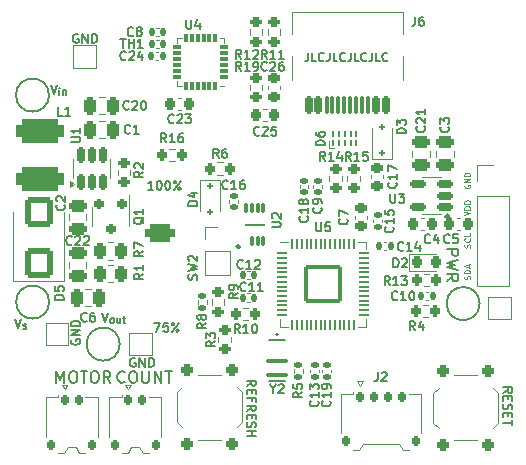
<source format=gbr>
%TF.GenerationSoftware,KiCad,Pcbnew,8.0.1-8.0.1-1~ubuntu22.04.1*%
%TF.CreationDate,2024-06-04T22:30:17+10:00*%
%TF.ProjectId,Machine-Controller,4d616368-696e-4652-9d43-6f6e74726f6c,rev?*%
%TF.SameCoordinates,Original*%
%TF.FileFunction,Legend,Top*%
%TF.FilePolarity,Positive*%
%FSLAX46Y46*%
G04 Gerber Fmt 4.6, Leading zero omitted, Abs format (unit mm)*
G04 Created by KiCad (PCBNEW 8.0.1-8.0.1-1~ubuntu22.04.1) date 2024-06-04 22:30:17*
%MOMM*%
%LPD*%
G01*
G04 APERTURE LIST*
G04 Aperture macros list*
%AMRoundRect*
0 Rectangle with rounded corners*
0 $1 Rounding radius*
0 $2 $3 $4 $5 $6 $7 $8 $9 X,Y pos of 4 corners*
0 Add a 4 corners polygon primitive as box body*
4,1,4,$2,$3,$4,$5,$6,$7,$8,$9,$2,$3,0*
0 Add four circle primitives for the rounded corners*
1,1,$1+$1,$2,$3*
1,1,$1+$1,$4,$5*
1,1,$1+$1,$6,$7*
1,1,$1+$1,$8,$9*
0 Add four rect primitives between the rounded corners*
20,1,$1+$1,$2,$3,$4,$5,0*
20,1,$1+$1,$4,$5,$6,$7,0*
20,1,$1+$1,$6,$7,$8,$9,0*
20,1,$1+$1,$8,$9,$2,$3,0*%
G04 Aperture macros list end*
%ADD10C,0.150000*%
%ADD11C,0.140000*%
%ADD12C,0.175000*%
%ADD13C,0.200000*%
%ADD14C,0.125000*%
%ADD15C,0.190500*%
%ADD16C,0.120000*%
%ADD17C,0.100000*%
%ADD18C,0.250000*%
%ADD19C,0.127000*%
%ADD20RoundRect,0.225000X0.225000X0.250000X-0.225000X0.250000X-0.225000X-0.250000X0.225000X-0.250000X0*%
%ADD21C,2.000000*%
%ADD22RoundRect,0.250000X-0.262500X-0.450000X0.262500X-0.450000X0.262500X0.450000X-0.262500X0.450000X0*%
%ADD23RoundRect,0.200000X0.275000X-0.200000X0.275000X0.200000X-0.275000X0.200000X-0.275000X-0.200000X0*%
%ADD24RoundRect,0.500000X-1.500000X0.500000X-1.500000X-0.500000X1.500000X-0.500000X1.500000X0.500000X0*%
%ADD25RoundRect,0.075000X-0.300000X0.075000X-0.300000X-0.075000X0.300000X-0.075000X0.300000X0.075000X0*%
%ADD26RoundRect,0.075000X0.075000X0.300000X-0.075000X0.300000X-0.075000X-0.300000X0.075000X-0.300000X0*%
%ADD27R,2.850000X2.850000*%
%ADD28RoundRect,0.200000X-0.200000X0.250000X-0.200000X-0.250000X0.200000X-0.250000X0.200000X0.250000X0*%
%ADD29R,1.500000X1.500000*%
%ADD30RoundRect,0.200000X-0.275000X0.200000X-0.275000X-0.200000X0.275000X-0.200000X0.275000X0.200000X0*%
%ADD31RoundRect,0.218750X-0.218750X-0.256250X0.218750X-0.256250X0.218750X0.256250X-0.218750X0.256250X0*%
%ADD32RoundRect,0.200000X0.200000X0.275000X-0.200000X0.275000X-0.200000X-0.275000X0.200000X-0.275000X0*%
%ADD33RoundRect,0.150000X0.150000X-0.512500X0.150000X0.512500X-0.150000X0.512500X-0.150000X-0.512500X0*%
%ADD34C,3.000000*%
%ADD35RoundRect,0.125000X0.125000X-0.125000X0.125000X0.125000X-0.125000X0.125000X-0.125000X-0.125000X0*%
%ADD36RoundRect,0.250000X0.250000X-0.250000X0.250000X0.250000X-0.250000X0.250000X-0.250000X-0.250000X0*%
%ADD37RoundRect,0.140000X0.140000X0.170000X-0.140000X0.170000X-0.140000X-0.170000X0.140000X-0.170000X0*%
%ADD38RoundRect,0.140000X0.170000X-0.140000X0.170000X0.140000X-0.170000X0.140000X-0.170000X-0.140000X0*%
%ADD39R,1.700000X1.700000*%
%ADD40O,1.700000X1.700000*%
%ADD41RoundRect,0.200000X-0.200000X-0.275000X0.200000X-0.275000X0.200000X0.275000X-0.200000X0.275000X0*%
%ADD42RoundRect,0.150000X0.512500X0.150000X-0.512500X0.150000X-0.512500X-0.150000X0.512500X-0.150000X0*%
%ADD43RoundRect,0.250000X0.250000X0.475000X-0.250000X0.475000X-0.250000X-0.475000X0.250000X-0.475000X0*%
%ADD44RoundRect,0.050000X-0.387500X-0.050000X0.387500X-0.050000X0.387500X0.050000X-0.387500X0.050000X0*%
%ADD45RoundRect,0.050000X-0.050000X-0.387500X0.050000X-0.387500X0.050000X0.387500X-0.050000X0.387500X0*%
%ADD46RoundRect,0.144000X-1.456000X-1.456000X1.456000X-1.456000X1.456000X1.456000X-1.456000X1.456000X0*%
%ADD47O,2.500000X2.000000*%
%ADD48RoundRect,0.375000X-0.875000X0.375000X-0.875000X-0.375000X0.875000X-0.375000X0.875000X0.375000X0*%
%ADD49O,2.500000X1.500000*%
%ADD50O,0.300000X0.900000*%
%ADD51RoundRect,0.075000X0.075000X0.375000X-0.075000X0.375000X-0.075000X-0.375000X0.075000X-0.375000X0*%
%ADD52RoundRect,0.062500X0.762500X-0.062500X0.762500X0.062500X-0.762500X0.062500X-0.762500X-0.062500X0*%
%ADD53RoundRect,0.150000X-0.150000X-0.275000X0.150000X-0.275000X0.150000X0.275000X-0.150000X0.275000X0*%
%ADD54RoundRect,0.175000X-0.175000X-0.225000X0.175000X-0.225000X0.175000X0.225000X-0.175000X0.225000X0*%
%ADD55RoundRect,0.140000X-0.140000X-0.170000X0.140000X-0.170000X0.140000X0.170000X-0.140000X0.170000X0*%
%ADD56C,0.650000*%
%ADD57RoundRect,0.150000X0.150000X0.575000X-0.150000X0.575000X-0.150000X-0.575000X0.150000X-0.575000X0*%
%ADD58RoundRect,0.075000X0.075000X0.650000X-0.075000X0.650000X-0.075000X-0.650000X0.075000X-0.650000X0*%
%ADD59O,1.000000X2.100000*%
%ADD60O,1.000000X1.600000*%
%ADD61RoundRect,0.225000X0.250000X-0.225000X0.250000X0.225000X-0.250000X0.225000X-0.250000X-0.225000X0*%
%ADD62RoundRect,0.050000X-0.050000X-0.187500X0.050000X-0.187500X0.050000X0.187500X-0.050000X0.187500X0*%
%ADD63RoundRect,0.250000X-0.475000X0.250000X-0.475000X-0.250000X0.475000X-0.250000X0.475000X0.250000X0*%
%ADD64RoundRect,0.140000X-0.170000X0.140000X-0.170000X-0.140000X0.170000X-0.140000X0.170000X0.140000X0*%
%ADD65RoundRect,0.225000X-0.225000X-0.250000X0.225000X-0.250000X0.225000X0.250000X-0.225000X0.250000X0*%
%ADD66R,1.350000X1.350000*%
%ADD67O,1.350000X1.350000*%
%ADD68RoundRect,0.135000X0.185000X-0.135000X0.185000X0.135000X-0.185000X0.135000X-0.185000X-0.135000X0*%
%ADD69RoundRect,0.125000X-0.125000X0.125000X-0.125000X-0.125000X0.125000X-0.125000X0.125000X0.125000X0*%
%ADD70O,1.900000X0.400000*%
%ADD71RoundRect,0.100000X-0.850000X0.100000X-0.850000X-0.100000X0.850000X-0.100000X0.850000X0.100000X0*%
%ADD72RoundRect,0.250000X0.900000X-1.000000X0.900000X1.000000X-0.900000X1.000000X-0.900000X-1.000000X0*%
%ADD73RoundRect,0.135000X-0.185000X0.135000X-0.185000X-0.135000X0.185000X-0.135000X0.185000X0.135000X0*%
G04 APERTURE END LIST*
D10*
X138825541Y-90134945D02*
X139333541Y-90134945D01*
X139333541Y-90134945D02*
X139006969Y-90896945D01*
X139986683Y-90134945D02*
X139623826Y-90134945D01*
X139623826Y-90134945D02*
X139587540Y-90497802D01*
X139587540Y-90497802D02*
X139623826Y-90461517D01*
X139623826Y-90461517D02*
X139696398Y-90425231D01*
X139696398Y-90425231D02*
X139877826Y-90425231D01*
X139877826Y-90425231D02*
X139950398Y-90461517D01*
X139950398Y-90461517D02*
X139986683Y-90497802D01*
X139986683Y-90497802D02*
X140022969Y-90570374D01*
X140022969Y-90570374D02*
X140022969Y-90751802D01*
X140022969Y-90751802D02*
X139986683Y-90824374D01*
X139986683Y-90824374D02*
X139950398Y-90860660D01*
X139950398Y-90860660D02*
X139877826Y-90896945D01*
X139877826Y-90896945D02*
X139696398Y-90896945D01*
X139696398Y-90896945D02*
X139623826Y-90860660D01*
X139623826Y-90860660D02*
X139587540Y-90824374D01*
X140313254Y-90896945D02*
X140893826Y-90134945D01*
X140422112Y-90134945D02*
X140494683Y-90171231D01*
X140494683Y-90171231D02*
X140530969Y-90243802D01*
X140530969Y-90243802D02*
X140494683Y-90316374D01*
X140494683Y-90316374D02*
X140422112Y-90352660D01*
X140422112Y-90352660D02*
X140349540Y-90316374D01*
X140349540Y-90316374D02*
X140313254Y-90243802D01*
X140313254Y-90243802D02*
X140349540Y-90171231D01*
X140349540Y-90171231D02*
X140422112Y-90134945D01*
X140857540Y-90860660D02*
X140893826Y-90788088D01*
X140893826Y-90788088D02*
X140857540Y-90715517D01*
X140857540Y-90715517D02*
X140784969Y-90679231D01*
X140784969Y-90679231D02*
X140712397Y-90715517D01*
X140712397Y-90715517D02*
X140676112Y-90788088D01*
X140676112Y-90788088D02*
X140712397Y-90860660D01*
X140712397Y-90860660D02*
X140784969Y-90896945D01*
X140784969Y-90896945D02*
X140857540Y-90860660D01*
D11*
X134403676Y-89307465D02*
X134657676Y-90069465D01*
X134657676Y-90069465D02*
X134911676Y-89307465D01*
X135216476Y-90153648D02*
X135158419Y-90124620D01*
X135158419Y-90124620D02*
X135129390Y-90095591D01*
X135129390Y-90095591D02*
X135100362Y-90037534D01*
X135100362Y-90037534D02*
X135100362Y-89863362D01*
X135100362Y-89863362D02*
X135129390Y-89805305D01*
X135129390Y-89805305D02*
X135158419Y-89776277D01*
X135158419Y-89776277D02*
X135216476Y-89747248D01*
X135216476Y-89747248D02*
X135303562Y-89747248D01*
X135303562Y-89747248D02*
X135361619Y-89776277D01*
X135361619Y-89776277D02*
X135390648Y-89805305D01*
X135390648Y-89805305D02*
X135419676Y-89863362D01*
X135419676Y-89863362D02*
X135419676Y-90037534D01*
X135419676Y-90037534D02*
X135390648Y-90095591D01*
X135390648Y-90095591D02*
X135361619Y-90124620D01*
X135361619Y-90124620D02*
X135303562Y-90153648D01*
X135303562Y-90153648D02*
X135216476Y-90153648D01*
X135942191Y-89747248D02*
X135942191Y-90153648D01*
X135680933Y-89747248D02*
X135680933Y-90066562D01*
X135680933Y-90066562D02*
X135709962Y-90124620D01*
X135709962Y-90124620D02*
X135768019Y-90153648D01*
X135768019Y-90153648D02*
X135855105Y-90153648D01*
X135855105Y-90153648D02*
X135913162Y-90124620D01*
X135913162Y-90124620D02*
X135942191Y-90095591D01*
X136145391Y-89747248D02*
X136377619Y-89747248D01*
X136232476Y-89544048D02*
X136232476Y-90066562D01*
X136232476Y-90066562D02*
X136261505Y-90124620D01*
X136261505Y-90124620D02*
X136319562Y-90153648D01*
X136319562Y-90153648D02*
X136377619Y-90153648D01*
D12*
X151865797Y-67277233D02*
X151865797Y-67777233D01*
X151865797Y-67777233D02*
X151832464Y-67877233D01*
X151832464Y-67877233D02*
X151765797Y-67943900D01*
X151765797Y-67943900D02*
X151665797Y-67977233D01*
X151665797Y-67977233D02*
X151599131Y-67977233D01*
X152532464Y-67977233D02*
X152199130Y-67977233D01*
X152199130Y-67977233D02*
X152199130Y-67277233D01*
X153165797Y-67910566D02*
X153132464Y-67943900D01*
X153132464Y-67943900D02*
X153032464Y-67977233D01*
X153032464Y-67977233D02*
X152965797Y-67977233D01*
X152965797Y-67977233D02*
X152865797Y-67943900D01*
X152865797Y-67943900D02*
X152799131Y-67877233D01*
X152799131Y-67877233D02*
X152765797Y-67810566D01*
X152765797Y-67810566D02*
X152732464Y-67677233D01*
X152732464Y-67677233D02*
X152732464Y-67577233D01*
X152732464Y-67577233D02*
X152765797Y-67443900D01*
X152765797Y-67443900D02*
X152799131Y-67377233D01*
X152799131Y-67377233D02*
X152865797Y-67310566D01*
X152865797Y-67310566D02*
X152965797Y-67277233D01*
X152965797Y-67277233D02*
X153032464Y-67277233D01*
X153032464Y-67277233D02*
X153132464Y-67310566D01*
X153132464Y-67310566D02*
X153165797Y-67343900D01*
X153665797Y-67277233D02*
X153665797Y-67777233D01*
X153665797Y-67777233D02*
X153632464Y-67877233D01*
X153632464Y-67877233D02*
X153565797Y-67943900D01*
X153565797Y-67943900D02*
X153465797Y-67977233D01*
X153465797Y-67977233D02*
X153399131Y-67977233D01*
X154332464Y-67977233D02*
X153999130Y-67977233D01*
X153999130Y-67977233D02*
X153999130Y-67277233D01*
X154965797Y-67910566D02*
X154932464Y-67943900D01*
X154932464Y-67943900D02*
X154832464Y-67977233D01*
X154832464Y-67977233D02*
X154765797Y-67977233D01*
X154765797Y-67977233D02*
X154665797Y-67943900D01*
X154665797Y-67943900D02*
X154599131Y-67877233D01*
X154599131Y-67877233D02*
X154565797Y-67810566D01*
X154565797Y-67810566D02*
X154532464Y-67677233D01*
X154532464Y-67677233D02*
X154532464Y-67577233D01*
X154532464Y-67577233D02*
X154565797Y-67443900D01*
X154565797Y-67443900D02*
X154599131Y-67377233D01*
X154599131Y-67377233D02*
X154665797Y-67310566D01*
X154665797Y-67310566D02*
X154765797Y-67277233D01*
X154765797Y-67277233D02*
X154832464Y-67277233D01*
X154832464Y-67277233D02*
X154932464Y-67310566D01*
X154932464Y-67310566D02*
X154965797Y-67343900D01*
X155465797Y-67277233D02*
X155465797Y-67777233D01*
X155465797Y-67777233D02*
X155432464Y-67877233D01*
X155432464Y-67877233D02*
X155365797Y-67943900D01*
X155365797Y-67943900D02*
X155265797Y-67977233D01*
X155265797Y-67977233D02*
X155199131Y-67977233D01*
X156132464Y-67977233D02*
X155799130Y-67977233D01*
X155799130Y-67977233D02*
X155799130Y-67277233D01*
X156765797Y-67910566D02*
X156732464Y-67943900D01*
X156732464Y-67943900D02*
X156632464Y-67977233D01*
X156632464Y-67977233D02*
X156565797Y-67977233D01*
X156565797Y-67977233D02*
X156465797Y-67943900D01*
X156465797Y-67943900D02*
X156399131Y-67877233D01*
X156399131Y-67877233D02*
X156365797Y-67810566D01*
X156365797Y-67810566D02*
X156332464Y-67677233D01*
X156332464Y-67677233D02*
X156332464Y-67577233D01*
X156332464Y-67577233D02*
X156365797Y-67443900D01*
X156365797Y-67443900D02*
X156399131Y-67377233D01*
X156399131Y-67377233D02*
X156465797Y-67310566D01*
X156465797Y-67310566D02*
X156565797Y-67277233D01*
X156565797Y-67277233D02*
X156632464Y-67277233D01*
X156632464Y-67277233D02*
X156732464Y-67310566D01*
X156732464Y-67310566D02*
X156765797Y-67343900D01*
X157265797Y-67277233D02*
X157265797Y-67777233D01*
X157265797Y-67777233D02*
X157232464Y-67877233D01*
X157232464Y-67877233D02*
X157165797Y-67943900D01*
X157165797Y-67943900D02*
X157065797Y-67977233D01*
X157065797Y-67977233D02*
X156999131Y-67977233D01*
X157932464Y-67977233D02*
X157599130Y-67977233D01*
X157599130Y-67977233D02*
X157599130Y-67277233D01*
X158565797Y-67910566D02*
X158532464Y-67943900D01*
X158532464Y-67943900D02*
X158432464Y-67977233D01*
X158432464Y-67977233D02*
X158365797Y-67977233D01*
X158365797Y-67977233D02*
X158265797Y-67943900D01*
X158265797Y-67943900D02*
X158199131Y-67877233D01*
X158199131Y-67877233D02*
X158165797Y-67810566D01*
X158165797Y-67810566D02*
X158132464Y-67677233D01*
X158132464Y-67677233D02*
X158132464Y-67577233D01*
X158132464Y-67577233D02*
X158165797Y-67443900D01*
X158165797Y-67443900D02*
X158199131Y-67377233D01*
X158199131Y-67377233D02*
X158265797Y-67310566D01*
X158265797Y-67310566D02*
X158365797Y-67277233D01*
X158365797Y-67277233D02*
X158432464Y-67277233D01*
X158432464Y-67277233D02*
X158532464Y-67310566D01*
X158532464Y-67310566D02*
X158565797Y-67343900D01*
D11*
X131812551Y-91580123D02*
X131776265Y-91652695D01*
X131776265Y-91652695D02*
X131776265Y-91761552D01*
X131776265Y-91761552D02*
X131812551Y-91870409D01*
X131812551Y-91870409D02*
X131885122Y-91942980D01*
X131885122Y-91942980D02*
X131957694Y-91979266D01*
X131957694Y-91979266D02*
X132102837Y-92015552D01*
X132102837Y-92015552D02*
X132211694Y-92015552D01*
X132211694Y-92015552D02*
X132356837Y-91979266D01*
X132356837Y-91979266D02*
X132429408Y-91942980D01*
X132429408Y-91942980D02*
X132501980Y-91870409D01*
X132501980Y-91870409D02*
X132538265Y-91761552D01*
X132538265Y-91761552D02*
X132538265Y-91688980D01*
X132538265Y-91688980D02*
X132501980Y-91580123D01*
X132501980Y-91580123D02*
X132465694Y-91543837D01*
X132465694Y-91543837D02*
X132211694Y-91543837D01*
X132211694Y-91543837D02*
X132211694Y-91688980D01*
X132538265Y-91217266D02*
X131776265Y-91217266D01*
X131776265Y-91217266D02*
X132538265Y-90781837D01*
X132538265Y-90781837D02*
X131776265Y-90781837D01*
X132538265Y-90418980D02*
X131776265Y-90418980D01*
X131776265Y-90418980D02*
X131776265Y-90237551D01*
X131776265Y-90237551D02*
X131812551Y-90128694D01*
X131812551Y-90128694D02*
X131885122Y-90056123D01*
X131885122Y-90056123D02*
X131957694Y-90019837D01*
X131957694Y-90019837D02*
X132102837Y-89983551D01*
X132102837Y-89983551D02*
X132211694Y-89983551D01*
X132211694Y-89983551D02*
X132356837Y-90019837D01*
X132356837Y-90019837D02*
X132429408Y-90056123D01*
X132429408Y-90056123D02*
X132501980Y-90128694D01*
X132501980Y-90128694D02*
X132538265Y-90237551D01*
X132538265Y-90237551D02*
X132538265Y-90418980D01*
D10*
X168376054Y-96048286D02*
X168738911Y-95794286D01*
X168376054Y-95612857D02*
X169138054Y-95612857D01*
X169138054Y-95612857D02*
X169138054Y-95903143D01*
X169138054Y-95903143D02*
X169101768Y-95975714D01*
X169101768Y-95975714D02*
X169065482Y-96012000D01*
X169065482Y-96012000D02*
X168992911Y-96048286D01*
X168992911Y-96048286D02*
X168884054Y-96048286D01*
X168884054Y-96048286D02*
X168811482Y-96012000D01*
X168811482Y-96012000D02*
X168775197Y-95975714D01*
X168775197Y-95975714D02*
X168738911Y-95903143D01*
X168738911Y-95903143D02*
X168738911Y-95612857D01*
X168775197Y-96374857D02*
X168775197Y-96628857D01*
X168376054Y-96737714D02*
X168376054Y-96374857D01*
X168376054Y-96374857D02*
X169138054Y-96374857D01*
X169138054Y-96374857D02*
X169138054Y-96737714D01*
X168412340Y-97028000D02*
X168376054Y-97136858D01*
X168376054Y-97136858D02*
X168376054Y-97318286D01*
X168376054Y-97318286D02*
X168412340Y-97390858D01*
X168412340Y-97390858D02*
X168448625Y-97427143D01*
X168448625Y-97427143D02*
X168521197Y-97463429D01*
X168521197Y-97463429D02*
X168593768Y-97463429D01*
X168593768Y-97463429D02*
X168666340Y-97427143D01*
X168666340Y-97427143D02*
X168702625Y-97390858D01*
X168702625Y-97390858D02*
X168738911Y-97318286D01*
X168738911Y-97318286D02*
X168775197Y-97173143D01*
X168775197Y-97173143D02*
X168811482Y-97100572D01*
X168811482Y-97100572D02*
X168847768Y-97064286D01*
X168847768Y-97064286D02*
X168920340Y-97028000D01*
X168920340Y-97028000D02*
X168992911Y-97028000D01*
X168992911Y-97028000D02*
X169065482Y-97064286D01*
X169065482Y-97064286D02*
X169101768Y-97100572D01*
X169101768Y-97100572D02*
X169138054Y-97173143D01*
X169138054Y-97173143D02*
X169138054Y-97354572D01*
X169138054Y-97354572D02*
X169101768Y-97463429D01*
X168775197Y-97790000D02*
X168775197Y-98044000D01*
X168376054Y-98152857D02*
X168376054Y-97790000D01*
X168376054Y-97790000D02*
X169138054Y-97790000D01*
X169138054Y-97790000D02*
X169138054Y-98152857D01*
X169138054Y-98370572D02*
X169138054Y-98806001D01*
X168376054Y-98588286D02*
X169138054Y-98588286D01*
D13*
X136323101Y-95148980D02*
X136275482Y-95196600D01*
X136275482Y-95196600D02*
X136132625Y-95244219D01*
X136132625Y-95244219D02*
X136037387Y-95244219D01*
X136037387Y-95244219D02*
X135894530Y-95196600D01*
X135894530Y-95196600D02*
X135799292Y-95101361D01*
X135799292Y-95101361D02*
X135751673Y-95006123D01*
X135751673Y-95006123D02*
X135704054Y-94815647D01*
X135704054Y-94815647D02*
X135704054Y-94672790D01*
X135704054Y-94672790D02*
X135751673Y-94482314D01*
X135751673Y-94482314D02*
X135799292Y-94387076D01*
X135799292Y-94387076D02*
X135894530Y-94291838D01*
X135894530Y-94291838D02*
X136037387Y-94244219D01*
X136037387Y-94244219D02*
X136132625Y-94244219D01*
X136132625Y-94244219D02*
X136275482Y-94291838D01*
X136275482Y-94291838D02*
X136323101Y-94339457D01*
X136942149Y-94244219D02*
X137132625Y-94244219D01*
X137132625Y-94244219D02*
X137227863Y-94291838D01*
X137227863Y-94291838D02*
X137323101Y-94387076D01*
X137323101Y-94387076D02*
X137370720Y-94577552D01*
X137370720Y-94577552D02*
X137370720Y-94910885D01*
X137370720Y-94910885D02*
X137323101Y-95101361D01*
X137323101Y-95101361D02*
X137227863Y-95196600D01*
X137227863Y-95196600D02*
X137132625Y-95244219D01*
X137132625Y-95244219D02*
X136942149Y-95244219D01*
X136942149Y-95244219D02*
X136846911Y-95196600D01*
X136846911Y-95196600D02*
X136751673Y-95101361D01*
X136751673Y-95101361D02*
X136704054Y-94910885D01*
X136704054Y-94910885D02*
X136704054Y-94577552D01*
X136704054Y-94577552D02*
X136751673Y-94387076D01*
X136751673Y-94387076D02*
X136846911Y-94291838D01*
X136846911Y-94291838D02*
X136942149Y-94244219D01*
X137799292Y-94244219D02*
X137799292Y-95053742D01*
X137799292Y-95053742D02*
X137846911Y-95148980D01*
X137846911Y-95148980D02*
X137894530Y-95196600D01*
X137894530Y-95196600D02*
X137989768Y-95244219D01*
X137989768Y-95244219D02*
X138180244Y-95244219D01*
X138180244Y-95244219D02*
X138275482Y-95196600D01*
X138275482Y-95196600D02*
X138323101Y-95148980D01*
X138323101Y-95148980D02*
X138370720Y-95053742D01*
X138370720Y-95053742D02*
X138370720Y-94244219D01*
X138846911Y-95244219D02*
X138846911Y-94244219D01*
X138846911Y-94244219D02*
X139418339Y-95244219D01*
X139418339Y-95244219D02*
X139418339Y-94244219D01*
X139751673Y-94244219D02*
X140323101Y-94244219D01*
X140037387Y-95244219D02*
X140037387Y-94244219D01*
D10*
X163579180Y-83902779D02*
X164579180Y-83902779D01*
X164579180Y-83902779D02*
X164579180Y-84283731D01*
X164579180Y-84283731D02*
X164531561Y-84378969D01*
X164531561Y-84378969D02*
X164483942Y-84426588D01*
X164483942Y-84426588D02*
X164388704Y-84474207D01*
X164388704Y-84474207D02*
X164245847Y-84474207D01*
X164245847Y-84474207D02*
X164150609Y-84426588D01*
X164150609Y-84426588D02*
X164102990Y-84378969D01*
X164102990Y-84378969D02*
X164055371Y-84283731D01*
X164055371Y-84283731D02*
X164055371Y-83902779D01*
X164579180Y-84807541D02*
X163579180Y-85045636D01*
X163579180Y-85045636D02*
X164293466Y-85236112D01*
X164293466Y-85236112D02*
X163579180Y-85426588D01*
X163579180Y-85426588D02*
X164579180Y-85664684D01*
X163579180Y-86617064D02*
X164055371Y-86283731D01*
X163579180Y-86045636D02*
X164579180Y-86045636D01*
X164579180Y-86045636D02*
X164579180Y-86426588D01*
X164579180Y-86426588D02*
X164531561Y-86521826D01*
X164531561Y-86521826D02*
X164483942Y-86569445D01*
X164483942Y-86569445D02*
X164388704Y-86617064D01*
X164388704Y-86617064D02*
X164245847Y-86617064D01*
X164245847Y-86617064D02*
X164150609Y-86569445D01*
X164150609Y-86569445D02*
X164102990Y-86521826D01*
X164102990Y-86521826D02*
X164055371Y-86426588D01*
X164055371Y-86426588D02*
X164055371Y-86045636D01*
X146659054Y-95485857D02*
X147021911Y-95231857D01*
X146659054Y-95050428D02*
X147421054Y-95050428D01*
X147421054Y-95050428D02*
X147421054Y-95340714D01*
X147421054Y-95340714D02*
X147384768Y-95413285D01*
X147384768Y-95413285D02*
X147348482Y-95449571D01*
X147348482Y-95449571D02*
X147275911Y-95485857D01*
X147275911Y-95485857D02*
X147167054Y-95485857D01*
X147167054Y-95485857D02*
X147094482Y-95449571D01*
X147094482Y-95449571D02*
X147058197Y-95413285D01*
X147058197Y-95413285D02*
X147021911Y-95340714D01*
X147021911Y-95340714D02*
X147021911Y-95050428D01*
X147058197Y-95812428D02*
X147058197Y-96066428D01*
X146659054Y-96175285D02*
X146659054Y-95812428D01*
X146659054Y-95812428D02*
X147421054Y-95812428D01*
X147421054Y-95812428D02*
X147421054Y-96175285D01*
X147058197Y-96755857D02*
X147058197Y-96501857D01*
X146659054Y-96501857D02*
X147421054Y-96501857D01*
X147421054Y-96501857D02*
X147421054Y-96864714D01*
X146659054Y-97590429D02*
X147021911Y-97336429D01*
X146659054Y-97155000D02*
X147421054Y-97155000D01*
X147421054Y-97155000D02*
X147421054Y-97445286D01*
X147421054Y-97445286D02*
X147384768Y-97517857D01*
X147384768Y-97517857D02*
X147348482Y-97554143D01*
X147348482Y-97554143D02*
X147275911Y-97590429D01*
X147275911Y-97590429D02*
X147167054Y-97590429D01*
X147167054Y-97590429D02*
X147094482Y-97554143D01*
X147094482Y-97554143D02*
X147058197Y-97517857D01*
X147058197Y-97517857D02*
X147021911Y-97445286D01*
X147021911Y-97445286D02*
X147021911Y-97155000D01*
X147058197Y-97917000D02*
X147058197Y-98171000D01*
X146659054Y-98279857D02*
X146659054Y-97917000D01*
X146659054Y-97917000D02*
X147421054Y-97917000D01*
X147421054Y-97917000D02*
X147421054Y-98279857D01*
X146695340Y-98570143D02*
X146659054Y-98679001D01*
X146659054Y-98679001D02*
X146659054Y-98860429D01*
X146659054Y-98860429D02*
X146695340Y-98933001D01*
X146695340Y-98933001D02*
X146731625Y-98969286D01*
X146731625Y-98969286D02*
X146804197Y-99005572D01*
X146804197Y-99005572D02*
X146876768Y-99005572D01*
X146876768Y-99005572D02*
X146949340Y-98969286D01*
X146949340Y-98969286D02*
X146985625Y-98933001D01*
X146985625Y-98933001D02*
X147021911Y-98860429D01*
X147021911Y-98860429D02*
X147058197Y-98715286D01*
X147058197Y-98715286D02*
X147094482Y-98642715D01*
X147094482Y-98642715D02*
X147130768Y-98606429D01*
X147130768Y-98606429D02*
X147203340Y-98570143D01*
X147203340Y-98570143D02*
X147275911Y-98570143D01*
X147275911Y-98570143D02*
X147348482Y-98606429D01*
X147348482Y-98606429D02*
X147384768Y-98642715D01*
X147384768Y-98642715D02*
X147421054Y-98715286D01*
X147421054Y-98715286D02*
X147421054Y-98896715D01*
X147421054Y-98896715D02*
X147384768Y-99005572D01*
X146659054Y-99332143D02*
X147421054Y-99332143D01*
X147058197Y-99332143D02*
X147058197Y-99767572D01*
X146659054Y-99767572D02*
X147421054Y-99767572D01*
D11*
X132371676Y-65721751D02*
X132299105Y-65685465D01*
X132299105Y-65685465D02*
X132190247Y-65685465D01*
X132190247Y-65685465D02*
X132081390Y-65721751D01*
X132081390Y-65721751D02*
X132008819Y-65794322D01*
X132008819Y-65794322D02*
X131972533Y-65866894D01*
X131972533Y-65866894D02*
X131936247Y-66012037D01*
X131936247Y-66012037D02*
X131936247Y-66120894D01*
X131936247Y-66120894D02*
X131972533Y-66266037D01*
X131972533Y-66266037D02*
X132008819Y-66338608D01*
X132008819Y-66338608D02*
X132081390Y-66411180D01*
X132081390Y-66411180D02*
X132190247Y-66447465D01*
X132190247Y-66447465D02*
X132262819Y-66447465D01*
X132262819Y-66447465D02*
X132371676Y-66411180D01*
X132371676Y-66411180D02*
X132407962Y-66374894D01*
X132407962Y-66374894D02*
X132407962Y-66120894D01*
X132407962Y-66120894D02*
X132262819Y-66120894D01*
X132734533Y-66447465D02*
X132734533Y-65685465D01*
X132734533Y-65685465D02*
X133169962Y-66447465D01*
X133169962Y-66447465D02*
X133169962Y-65685465D01*
X133532819Y-66447465D02*
X133532819Y-65685465D01*
X133532819Y-65685465D02*
X133714248Y-65685465D01*
X133714248Y-65685465D02*
X133823105Y-65721751D01*
X133823105Y-65721751D02*
X133895676Y-65794322D01*
X133895676Y-65794322D02*
X133931962Y-65866894D01*
X133931962Y-65866894D02*
X133968248Y-66012037D01*
X133968248Y-66012037D02*
X133968248Y-66120894D01*
X133968248Y-66120894D02*
X133931962Y-66266037D01*
X133931962Y-66266037D02*
X133895676Y-66338608D01*
X133895676Y-66338608D02*
X133823105Y-66411180D01*
X133823105Y-66411180D02*
X133714248Y-66447465D01*
X133714248Y-66447465D02*
X133532819Y-66447465D01*
X137197676Y-93153751D02*
X137125105Y-93117465D01*
X137125105Y-93117465D02*
X137016247Y-93117465D01*
X137016247Y-93117465D02*
X136907390Y-93153751D01*
X136907390Y-93153751D02*
X136834819Y-93226322D01*
X136834819Y-93226322D02*
X136798533Y-93298894D01*
X136798533Y-93298894D02*
X136762247Y-93444037D01*
X136762247Y-93444037D02*
X136762247Y-93552894D01*
X136762247Y-93552894D02*
X136798533Y-93698037D01*
X136798533Y-93698037D02*
X136834819Y-93770608D01*
X136834819Y-93770608D02*
X136907390Y-93843180D01*
X136907390Y-93843180D02*
X137016247Y-93879465D01*
X137016247Y-93879465D02*
X137088819Y-93879465D01*
X137088819Y-93879465D02*
X137197676Y-93843180D01*
X137197676Y-93843180D02*
X137233962Y-93806894D01*
X137233962Y-93806894D02*
X137233962Y-93552894D01*
X137233962Y-93552894D02*
X137088819Y-93552894D01*
X137560533Y-93879465D02*
X137560533Y-93117465D01*
X137560533Y-93117465D02*
X137995962Y-93879465D01*
X137995962Y-93879465D02*
X137995962Y-93117465D01*
X138358819Y-93879465D02*
X138358819Y-93117465D01*
X138358819Y-93117465D02*
X138540248Y-93117465D01*
X138540248Y-93117465D02*
X138649105Y-93153751D01*
X138649105Y-93153751D02*
X138721676Y-93226322D01*
X138721676Y-93226322D02*
X138757962Y-93298894D01*
X138757962Y-93298894D02*
X138794248Y-93444037D01*
X138794248Y-93444037D02*
X138794248Y-93552894D01*
X138794248Y-93552894D02*
X138757962Y-93698037D01*
X138757962Y-93698037D02*
X138721676Y-93770608D01*
X138721676Y-93770608D02*
X138649105Y-93843180D01*
X138649105Y-93843180D02*
X138540248Y-93879465D01*
X138540248Y-93879465D02*
X138358819Y-93879465D01*
D10*
X138728255Y-78892945D02*
X138292826Y-78892945D01*
X138510541Y-78892945D02*
X138510541Y-78130945D01*
X138510541Y-78130945D02*
X138437969Y-78239802D01*
X138437969Y-78239802D02*
X138365398Y-78312374D01*
X138365398Y-78312374D02*
X138292826Y-78348660D01*
X139199969Y-78130945D02*
X139272540Y-78130945D01*
X139272540Y-78130945D02*
X139345112Y-78167231D01*
X139345112Y-78167231D02*
X139381398Y-78203517D01*
X139381398Y-78203517D02*
X139417683Y-78276088D01*
X139417683Y-78276088D02*
X139453969Y-78421231D01*
X139453969Y-78421231D02*
X139453969Y-78602660D01*
X139453969Y-78602660D02*
X139417683Y-78747802D01*
X139417683Y-78747802D02*
X139381398Y-78820374D01*
X139381398Y-78820374D02*
X139345112Y-78856660D01*
X139345112Y-78856660D02*
X139272540Y-78892945D01*
X139272540Y-78892945D02*
X139199969Y-78892945D01*
X139199969Y-78892945D02*
X139127398Y-78856660D01*
X139127398Y-78856660D02*
X139091112Y-78820374D01*
X139091112Y-78820374D02*
X139054826Y-78747802D01*
X139054826Y-78747802D02*
X139018540Y-78602660D01*
X139018540Y-78602660D02*
X139018540Y-78421231D01*
X139018540Y-78421231D02*
X139054826Y-78276088D01*
X139054826Y-78276088D02*
X139091112Y-78203517D01*
X139091112Y-78203517D02*
X139127398Y-78167231D01*
X139127398Y-78167231D02*
X139199969Y-78130945D01*
X139925683Y-78130945D02*
X139998254Y-78130945D01*
X139998254Y-78130945D02*
X140070826Y-78167231D01*
X140070826Y-78167231D02*
X140107112Y-78203517D01*
X140107112Y-78203517D02*
X140143397Y-78276088D01*
X140143397Y-78276088D02*
X140179683Y-78421231D01*
X140179683Y-78421231D02*
X140179683Y-78602660D01*
X140179683Y-78602660D02*
X140143397Y-78747802D01*
X140143397Y-78747802D02*
X140107112Y-78820374D01*
X140107112Y-78820374D02*
X140070826Y-78856660D01*
X140070826Y-78856660D02*
X139998254Y-78892945D01*
X139998254Y-78892945D02*
X139925683Y-78892945D01*
X139925683Y-78892945D02*
X139853112Y-78856660D01*
X139853112Y-78856660D02*
X139816826Y-78820374D01*
X139816826Y-78820374D02*
X139780540Y-78747802D01*
X139780540Y-78747802D02*
X139744254Y-78602660D01*
X139744254Y-78602660D02*
X139744254Y-78421231D01*
X139744254Y-78421231D02*
X139780540Y-78276088D01*
X139780540Y-78276088D02*
X139816826Y-78203517D01*
X139816826Y-78203517D02*
X139853112Y-78167231D01*
X139853112Y-78167231D02*
X139925683Y-78130945D01*
X140469968Y-78892945D02*
X141050540Y-78130945D01*
X140578826Y-78130945D02*
X140651397Y-78167231D01*
X140651397Y-78167231D02*
X140687683Y-78239802D01*
X140687683Y-78239802D02*
X140651397Y-78312374D01*
X140651397Y-78312374D02*
X140578826Y-78348660D01*
X140578826Y-78348660D02*
X140506254Y-78312374D01*
X140506254Y-78312374D02*
X140469968Y-78239802D01*
X140469968Y-78239802D02*
X140506254Y-78167231D01*
X140506254Y-78167231D02*
X140578826Y-78130945D01*
X141014254Y-78856660D02*
X141050540Y-78784088D01*
X141050540Y-78784088D02*
X141014254Y-78711517D01*
X141014254Y-78711517D02*
X140941683Y-78675231D01*
X140941683Y-78675231D02*
X140869111Y-78711517D01*
X140869111Y-78711517D02*
X140832826Y-78784088D01*
X140832826Y-78784088D02*
X140869111Y-78856660D01*
X140869111Y-78856660D02*
X140941683Y-78892945D01*
X140941683Y-78892945D02*
X141014254Y-78856660D01*
D11*
X127037676Y-89815465D02*
X127291676Y-90577465D01*
X127291676Y-90577465D02*
X127545676Y-89815465D01*
X127734362Y-90632620D02*
X127792419Y-90661648D01*
X127792419Y-90661648D02*
X127908533Y-90661648D01*
X127908533Y-90661648D02*
X127966590Y-90632620D01*
X127966590Y-90632620D02*
X127995619Y-90574562D01*
X127995619Y-90574562D02*
X127995619Y-90545534D01*
X127995619Y-90545534D02*
X127966590Y-90487477D01*
X127966590Y-90487477D02*
X127908533Y-90458448D01*
X127908533Y-90458448D02*
X127821448Y-90458448D01*
X127821448Y-90458448D02*
X127763390Y-90429420D01*
X127763390Y-90429420D02*
X127734362Y-90371362D01*
X127734362Y-90371362D02*
X127734362Y-90342334D01*
X127734362Y-90342334D02*
X127763390Y-90284277D01*
X127763390Y-90284277D02*
X127821448Y-90255248D01*
X127821448Y-90255248D02*
X127908533Y-90255248D01*
X127908533Y-90255248D02*
X127966590Y-90284277D01*
X130073476Y-70003465D02*
X130327476Y-70765465D01*
X130327476Y-70765465D02*
X130581476Y-70003465D01*
X130799190Y-70849648D02*
X130799190Y-70443248D01*
X130799190Y-70240048D02*
X130770162Y-70269077D01*
X130770162Y-70269077D02*
X130799190Y-70298105D01*
X130799190Y-70298105D02*
X130828219Y-70269077D01*
X130828219Y-70269077D02*
X130799190Y-70240048D01*
X130799190Y-70240048D02*
X130799190Y-70298105D01*
X131089476Y-70443248D02*
X131089476Y-70849648D01*
X131089476Y-70501305D02*
X131118505Y-70472277D01*
X131118505Y-70472277D02*
X131176562Y-70443248D01*
X131176562Y-70443248D02*
X131263648Y-70443248D01*
X131263648Y-70443248D02*
X131321705Y-70472277D01*
X131321705Y-70472277D02*
X131350734Y-70530334D01*
X131350734Y-70530334D02*
X131350734Y-70849648D01*
D13*
X130544673Y-95244219D02*
X130544673Y-94244219D01*
X130544673Y-94244219D02*
X130878006Y-94958504D01*
X130878006Y-94958504D02*
X131211339Y-94244219D01*
X131211339Y-94244219D02*
X131211339Y-95244219D01*
X131878006Y-94244219D02*
X132068482Y-94244219D01*
X132068482Y-94244219D02*
X132163720Y-94291838D01*
X132163720Y-94291838D02*
X132258958Y-94387076D01*
X132258958Y-94387076D02*
X132306577Y-94577552D01*
X132306577Y-94577552D02*
X132306577Y-94910885D01*
X132306577Y-94910885D02*
X132258958Y-95101361D01*
X132258958Y-95101361D02*
X132163720Y-95196600D01*
X132163720Y-95196600D02*
X132068482Y-95244219D01*
X132068482Y-95244219D02*
X131878006Y-95244219D01*
X131878006Y-95244219D02*
X131782768Y-95196600D01*
X131782768Y-95196600D02*
X131687530Y-95101361D01*
X131687530Y-95101361D02*
X131639911Y-94910885D01*
X131639911Y-94910885D02*
X131639911Y-94577552D01*
X131639911Y-94577552D02*
X131687530Y-94387076D01*
X131687530Y-94387076D02*
X131782768Y-94291838D01*
X131782768Y-94291838D02*
X131878006Y-94244219D01*
X132592292Y-94244219D02*
X133163720Y-94244219D01*
X132878006Y-95244219D02*
X132878006Y-94244219D01*
X133687530Y-94244219D02*
X133878006Y-94244219D01*
X133878006Y-94244219D02*
X133973244Y-94291838D01*
X133973244Y-94291838D02*
X134068482Y-94387076D01*
X134068482Y-94387076D02*
X134116101Y-94577552D01*
X134116101Y-94577552D02*
X134116101Y-94910885D01*
X134116101Y-94910885D02*
X134068482Y-95101361D01*
X134068482Y-95101361D02*
X133973244Y-95196600D01*
X133973244Y-95196600D02*
X133878006Y-95244219D01*
X133878006Y-95244219D02*
X133687530Y-95244219D01*
X133687530Y-95244219D02*
X133592292Y-95196600D01*
X133592292Y-95196600D02*
X133497054Y-95101361D01*
X133497054Y-95101361D02*
X133449435Y-94910885D01*
X133449435Y-94910885D02*
X133449435Y-94577552D01*
X133449435Y-94577552D02*
X133497054Y-94387076D01*
X133497054Y-94387076D02*
X133592292Y-94291838D01*
X133592292Y-94291838D02*
X133687530Y-94244219D01*
X135116101Y-95244219D02*
X134782768Y-94768028D01*
X134544673Y-95244219D02*
X134544673Y-94244219D01*
X134544673Y-94244219D02*
X134925625Y-94244219D01*
X134925625Y-94244219D02*
X135020863Y-94291838D01*
X135020863Y-94291838D02*
X135068482Y-94339457D01*
X135068482Y-94339457D02*
X135116101Y-94434695D01*
X135116101Y-94434695D02*
X135116101Y-94577552D01*
X135116101Y-94577552D02*
X135068482Y-94672790D01*
X135068482Y-94672790D02*
X135020863Y-94720409D01*
X135020863Y-94720409D02*
X134925625Y-94768028D01*
X134925625Y-94768028D02*
X134544673Y-94768028D01*
D10*
X162179000Y-83330144D02*
X162142714Y-83366430D01*
X162142714Y-83366430D02*
X162033857Y-83402715D01*
X162033857Y-83402715D02*
X161961285Y-83402715D01*
X161961285Y-83402715D02*
X161852428Y-83366430D01*
X161852428Y-83366430D02*
X161779857Y-83293858D01*
X161779857Y-83293858D02*
X161743571Y-83221287D01*
X161743571Y-83221287D02*
X161707285Y-83076144D01*
X161707285Y-83076144D02*
X161707285Y-82967287D01*
X161707285Y-82967287D02*
X161743571Y-82822144D01*
X161743571Y-82822144D02*
X161779857Y-82749572D01*
X161779857Y-82749572D02*
X161852428Y-82677001D01*
X161852428Y-82677001D02*
X161961285Y-82640715D01*
X161961285Y-82640715D02*
X162033857Y-82640715D01*
X162033857Y-82640715D02*
X162142714Y-82677001D01*
X162142714Y-82677001D02*
X162179000Y-82713287D01*
X162832143Y-82894715D02*
X162832143Y-83402715D01*
X162650714Y-82604430D02*
X162469285Y-83148715D01*
X162469285Y-83148715D02*
X162941000Y-83148715D01*
X137885715Y-85978999D02*
X137522858Y-86232999D01*
X137885715Y-86414428D02*
X137123715Y-86414428D01*
X137123715Y-86414428D02*
X137123715Y-86124142D01*
X137123715Y-86124142D02*
X137160001Y-86051571D01*
X137160001Y-86051571D02*
X137196287Y-86015285D01*
X137196287Y-86015285D02*
X137268858Y-85978999D01*
X137268858Y-85978999D02*
X137377715Y-85978999D01*
X137377715Y-85978999D02*
X137450287Y-86015285D01*
X137450287Y-86015285D02*
X137486572Y-86051571D01*
X137486572Y-86051571D02*
X137522858Y-86124142D01*
X137522858Y-86124142D02*
X137522858Y-86414428D01*
X137885715Y-85253285D02*
X137885715Y-85688714D01*
X137885715Y-85470999D02*
X137123715Y-85470999D01*
X137123715Y-85470999D02*
X137232572Y-85543571D01*
X137232572Y-85543571D02*
X137305144Y-85616142D01*
X137305144Y-85616142D02*
X137341430Y-85688714D01*
X148354143Y-67781715D02*
X148100143Y-67418858D01*
X147918714Y-67781715D02*
X147918714Y-67019715D01*
X147918714Y-67019715D02*
X148209000Y-67019715D01*
X148209000Y-67019715D02*
X148281571Y-67056001D01*
X148281571Y-67056001D02*
X148317857Y-67092287D01*
X148317857Y-67092287D02*
X148354143Y-67164858D01*
X148354143Y-67164858D02*
X148354143Y-67273715D01*
X148354143Y-67273715D02*
X148317857Y-67346287D01*
X148317857Y-67346287D02*
X148281571Y-67382572D01*
X148281571Y-67382572D02*
X148209000Y-67418858D01*
X148209000Y-67418858D02*
X147918714Y-67418858D01*
X149079857Y-67781715D02*
X148644428Y-67781715D01*
X148862143Y-67781715D02*
X148862143Y-67019715D01*
X148862143Y-67019715D02*
X148789571Y-67128572D01*
X148789571Y-67128572D02*
X148717000Y-67201144D01*
X148717000Y-67201144D02*
X148644428Y-67237430D01*
X149805571Y-67781715D02*
X149370142Y-67781715D01*
X149587857Y-67781715D02*
X149587857Y-67019715D01*
X149587857Y-67019715D02*
X149515285Y-67128572D01*
X149515285Y-67128572D02*
X149442714Y-67201144D01*
X149442714Y-67201144D02*
X149370142Y-67237430D01*
X131064000Y-72607715D02*
X130701143Y-72607715D01*
X130701143Y-72607715D02*
X130701143Y-71845715D01*
X131717143Y-72607715D02*
X131281714Y-72607715D01*
X131499429Y-72607715D02*
X131499429Y-71845715D01*
X131499429Y-71845715D02*
X131426857Y-71954572D01*
X131426857Y-71954572D02*
X131354286Y-72027144D01*
X131354286Y-72027144D02*
X131281714Y-72063430D01*
X141532428Y-64479715D02*
X141532428Y-65096572D01*
X141532428Y-65096572D02*
X141568714Y-65169144D01*
X141568714Y-65169144D02*
X141605000Y-65205430D01*
X141605000Y-65205430D02*
X141677571Y-65241715D01*
X141677571Y-65241715D02*
X141822714Y-65241715D01*
X141822714Y-65241715D02*
X141895285Y-65205430D01*
X141895285Y-65205430D02*
X141931571Y-65169144D01*
X141931571Y-65169144D02*
X141967857Y-65096572D01*
X141967857Y-65096572D02*
X141967857Y-64479715D01*
X142657286Y-64733715D02*
X142657286Y-65241715D01*
X142475857Y-64443430D02*
X142294428Y-64987715D01*
X142294428Y-64987715D02*
X142766143Y-64987715D01*
X137945287Y-81225571D02*
X137909001Y-81298142D01*
X137909001Y-81298142D02*
X137836430Y-81370714D01*
X137836430Y-81370714D02*
X137727572Y-81479571D01*
X137727572Y-81479571D02*
X137691287Y-81552142D01*
X137691287Y-81552142D02*
X137691287Y-81624714D01*
X137872715Y-81588428D02*
X137836430Y-81661000D01*
X137836430Y-81661000D02*
X137763858Y-81733571D01*
X137763858Y-81733571D02*
X137618715Y-81769857D01*
X137618715Y-81769857D02*
X137364715Y-81769857D01*
X137364715Y-81769857D02*
X137219572Y-81733571D01*
X137219572Y-81733571D02*
X137147001Y-81661000D01*
X137147001Y-81661000D02*
X137110715Y-81588428D01*
X137110715Y-81588428D02*
X137110715Y-81443285D01*
X137110715Y-81443285D02*
X137147001Y-81370714D01*
X137147001Y-81370714D02*
X137219572Y-81298142D01*
X137219572Y-81298142D02*
X137364715Y-81261857D01*
X137364715Y-81261857D02*
X137618715Y-81261857D01*
X137618715Y-81261857D02*
X137763858Y-81298142D01*
X137763858Y-81298142D02*
X137836430Y-81370714D01*
X137836430Y-81370714D02*
X137872715Y-81443285D01*
X137872715Y-81443285D02*
X137872715Y-81588428D01*
X137872715Y-80536142D02*
X137872715Y-80971571D01*
X137872715Y-80753856D02*
X137110715Y-80753856D01*
X137110715Y-80753856D02*
X137219572Y-80826428D01*
X137219572Y-80826428D02*
X137292144Y-80898999D01*
X137292144Y-80898999D02*
X137328430Y-80971571D01*
X145886715Y-87629999D02*
X145523858Y-87883999D01*
X145886715Y-88065428D02*
X145124715Y-88065428D01*
X145124715Y-88065428D02*
X145124715Y-87775142D01*
X145124715Y-87775142D02*
X145161001Y-87702571D01*
X145161001Y-87702571D02*
X145197287Y-87666285D01*
X145197287Y-87666285D02*
X145269858Y-87629999D01*
X145269858Y-87629999D02*
X145378715Y-87629999D01*
X145378715Y-87629999D02*
X145451287Y-87666285D01*
X145451287Y-87666285D02*
X145487572Y-87702571D01*
X145487572Y-87702571D02*
X145523858Y-87775142D01*
X145523858Y-87775142D02*
X145523858Y-88065428D01*
X145886715Y-87267142D02*
X145886715Y-87121999D01*
X145886715Y-87121999D02*
X145850430Y-87049428D01*
X145850430Y-87049428D02*
X145814144Y-87013142D01*
X145814144Y-87013142D02*
X145705287Y-86940571D01*
X145705287Y-86940571D02*
X145560144Y-86904285D01*
X145560144Y-86904285D02*
X145269858Y-86904285D01*
X145269858Y-86904285D02*
X145197287Y-86940571D01*
X145197287Y-86940571D02*
X145161001Y-86976857D01*
X145161001Y-86976857D02*
X145124715Y-87049428D01*
X145124715Y-87049428D02*
X145124715Y-87194571D01*
X145124715Y-87194571D02*
X145161001Y-87267142D01*
X145161001Y-87267142D02*
X145197287Y-87303428D01*
X145197287Y-87303428D02*
X145269858Y-87339714D01*
X145269858Y-87339714D02*
X145451287Y-87339714D01*
X145451287Y-87339714D02*
X145523858Y-87303428D01*
X145523858Y-87303428D02*
X145560144Y-87267142D01*
X145560144Y-87267142D02*
X145596430Y-87194571D01*
X145596430Y-87194571D02*
X145596430Y-87049428D01*
X145596430Y-87049428D02*
X145560144Y-86976857D01*
X145560144Y-86976857D02*
X145523858Y-86940571D01*
X145523858Y-86940571D02*
X145451287Y-86904285D01*
X153307143Y-76417715D02*
X153053143Y-76054858D01*
X152871714Y-76417715D02*
X152871714Y-75655715D01*
X152871714Y-75655715D02*
X153162000Y-75655715D01*
X153162000Y-75655715D02*
X153234571Y-75692001D01*
X153234571Y-75692001D02*
X153270857Y-75728287D01*
X153270857Y-75728287D02*
X153307143Y-75800858D01*
X153307143Y-75800858D02*
X153307143Y-75909715D01*
X153307143Y-75909715D02*
X153270857Y-75982287D01*
X153270857Y-75982287D02*
X153234571Y-76018572D01*
X153234571Y-76018572D02*
X153162000Y-76054858D01*
X153162000Y-76054858D02*
X152871714Y-76054858D01*
X154032857Y-76417715D02*
X153597428Y-76417715D01*
X153815143Y-76417715D02*
X153815143Y-75655715D01*
X153815143Y-75655715D02*
X153742571Y-75764572D01*
X153742571Y-75764572D02*
X153670000Y-75837144D01*
X153670000Y-75837144D02*
X153597428Y-75873430D01*
X154686000Y-75909715D02*
X154686000Y-76417715D01*
X154504571Y-75619430D02*
X154323142Y-76163715D01*
X154323142Y-76163715D02*
X154794857Y-76163715D01*
X159076571Y-85434715D02*
X159076571Y-84672715D01*
X159076571Y-84672715D02*
X159258000Y-84672715D01*
X159258000Y-84672715D02*
X159366857Y-84709001D01*
X159366857Y-84709001D02*
X159439428Y-84781572D01*
X159439428Y-84781572D02*
X159475714Y-84854144D01*
X159475714Y-84854144D02*
X159512000Y-84999287D01*
X159512000Y-84999287D02*
X159512000Y-85108144D01*
X159512000Y-85108144D02*
X159475714Y-85253287D01*
X159475714Y-85253287D02*
X159439428Y-85325858D01*
X159439428Y-85325858D02*
X159366857Y-85398430D01*
X159366857Y-85398430D02*
X159258000Y-85434715D01*
X159258000Y-85434715D02*
X159076571Y-85434715D01*
X159802285Y-84745287D02*
X159838571Y-84709001D01*
X159838571Y-84709001D02*
X159911143Y-84672715D01*
X159911143Y-84672715D02*
X160092571Y-84672715D01*
X160092571Y-84672715D02*
X160165143Y-84709001D01*
X160165143Y-84709001D02*
X160201428Y-84745287D01*
X160201428Y-84745287D02*
X160237714Y-84817858D01*
X160237714Y-84817858D02*
X160237714Y-84890430D01*
X160237714Y-84890430D02*
X160201428Y-84999287D01*
X160201428Y-84999287D02*
X159766000Y-85434715D01*
X159766000Y-85434715D02*
X160237714Y-85434715D01*
X146068143Y-91022715D02*
X145814143Y-90659858D01*
X145632714Y-91022715D02*
X145632714Y-90260715D01*
X145632714Y-90260715D02*
X145923000Y-90260715D01*
X145923000Y-90260715D02*
X145995571Y-90297001D01*
X145995571Y-90297001D02*
X146031857Y-90333287D01*
X146031857Y-90333287D02*
X146068143Y-90405858D01*
X146068143Y-90405858D02*
X146068143Y-90514715D01*
X146068143Y-90514715D02*
X146031857Y-90587287D01*
X146031857Y-90587287D02*
X145995571Y-90623572D01*
X145995571Y-90623572D02*
X145923000Y-90659858D01*
X145923000Y-90659858D02*
X145632714Y-90659858D01*
X146793857Y-91022715D02*
X146358428Y-91022715D01*
X146576143Y-91022715D02*
X146576143Y-90260715D01*
X146576143Y-90260715D02*
X146503571Y-90369572D01*
X146503571Y-90369572D02*
X146431000Y-90442144D01*
X146431000Y-90442144D02*
X146358428Y-90478430D01*
X147265571Y-90260715D02*
X147338142Y-90260715D01*
X147338142Y-90260715D02*
X147410714Y-90297001D01*
X147410714Y-90297001D02*
X147447000Y-90333287D01*
X147447000Y-90333287D02*
X147483285Y-90405858D01*
X147483285Y-90405858D02*
X147519571Y-90551001D01*
X147519571Y-90551001D02*
X147519571Y-90732430D01*
X147519571Y-90732430D02*
X147483285Y-90877572D01*
X147483285Y-90877572D02*
X147447000Y-90950144D01*
X147447000Y-90950144D02*
X147410714Y-90986430D01*
X147410714Y-90986430D02*
X147338142Y-91022715D01*
X147338142Y-91022715D02*
X147265571Y-91022715D01*
X147265571Y-91022715D02*
X147193000Y-90986430D01*
X147193000Y-90986430D02*
X147156714Y-90950144D01*
X147156714Y-90950144D02*
X147120428Y-90877572D01*
X147120428Y-90877572D02*
X147084142Y-90732430D01*
X147084142Y-90732430D02*
X147084142Y-90551001D01*
X147084142Y-90551001D02*
X147120428Y-90405858D01*
X147120428Y-90405858D02*
X147156714Y-90333287D01*
X147156714Y-90333287D02*
X147193000Y-90297001D01*
X147193000Y-90297001D02*
X147265571Y-90260715D01*
X131789715Y-74855571D02*
X132406572Y-74855571D01*
X132406572Y-74855571D02*
X132479144Y-74819285D01*
X132479144Y-74819285D02*
X132515430Y-74783000D01*
X132515430Y-74783000D02*
X132551715Y-74710428D01*
X132551715Y-74710428D02*
X132551715Y-74565285D01*
X132551715Y-74565285D02*
X132515430Y-74492714D01*
X132515430Y-74492714D02*
X132479144Y-74456428D01*
X132479144Y-74456428D02*
X132406572Y-74420142D01*
X132406572Y-74420142D02*
X131789715Y-74420142D01*
X132551715Y-73658142D02*
X132551715Y-74093571D01*
X132551715Y-73875856D02*
X131789715Y-73875856D01*
X131789715Y-73875856D02*
X131898572Y-73948428D01*
X131898572Y-73948428D02*
X131971144Y-74020999D01*
X131971144Y-74020999D02*
X132007430Y-74093571D01*
X160110715Y-74095428D02*
X159348715Y-74095428D01*
X159348715Y-74095428D02*
X159348715Y-73913999D01*
X159348715Y-73913999D02*
X159385001Y-73805142D01*
X159385001Y-73805142D02*
X159457572Y-73732571D01*
X159457572Y-73732571D02*
X159530144Y-73696285D01*
X159530144Y-73696285D02*
X159675287Y-73659999D01*
X159675287Y-73659999D02*
X159784144Y-73659999D01*
X159784144Y-73659999D02*
X159929287Y-73696285D01*
X159929287Y-73696285D02*
X160001858Y-73732571D01*
X160001858Y-73732571D02*
X160074430Y-73805142D01*
X160074430Y-73805142D02*
X160110715Y-73913999D01*
X160110715Y-73913999D02*
X160110715Y-74095428D01*
X159348715Y-73405999D02*
X159348715Y-72934285D01*
X159348715Y-72934285D02*
X159639001Y-73188285D01*
X159639001Y-73188285D02*
X159639001Y-73079428D01*
X159639001Y-73079428D02*
X159675287Y-73006857D01*
X159675287Y-73006857D02*
X159711572Y-72970571D01*
X159711572Y-72970571D02*
X159784144Y-72934285D01*
X159784144Y-72934285D02*
X159965572Y-72934285D01*
X159965572Y-72934285D02*
X160038144Y-72970571D01*
X160038144Y-72970571D02*
X160074430Y-73006857D01*
X160074430Y-73006857D02*
X160110715Y-73079428D01*
X160110715Y-73079428D02*
X160110715Y-73297142D01*
X160110715Y-73297142D02*
X160074430Y-73369714D01*
X160074430Y-73369714D02*
X160038144Y-73405999D01*
X135954286Y-66130715D02*
X136389715Y-66130715D01*
X136172000Y-66892715D02*
X136172000Y-66130715D01*
X136643714Y-66892715D02*
X136643714Y-66130715D01*
X136643714Y-66493572D02*
X137079143Y-66493572D01*
X137079143Y-66892715D02*
X137079143Y-66130715D01*
X137841143Y-66892715D02*
X137405714Y-66892715D01*
X137623429Y-66892715D02*
X137623429Y-66130715D01*
X137623429Y-66130715D02*
X137550857Y-66239572D01*
X137550857Y-66239572D02*
X137478286Y-66312144D01*
X137478286Y-66312144D02*
X137405714Y-66348430D01*
X151783144Y-81134856D02*
X151819430Y-81171142D01*
X151819430Y-81171142D02*
X151855715Y-81279999D01*
X151855715Y-81279999D02*
X151855715Y-81352571D01*
X151855715Y-81352571D02*
X151819430Y-81461428D01*
X151819430Y-81461428D02*
X151746858Y-81533999D01*
X151746858Y-81533999D02*
X151674287Y-81570285D01*
X151674287Y-81570285D02*
X151529144Y-81606571D01*
X151529144Y-81606571D02*
X151420287Y-81606571D01*
X151420287Y-81606571D02*
X151275144Y-81570285D01*
X151275144Y-81570285D02*
X151202572Y-81533999D01*
X151202572Y-81533999D02*
X151130001Y-81461428D01*
X151130001Y-81461428D02*
X151093715Y-81352571D01*
X151093715Y-81352571D02*
X151093715Y-81279999D01*
X151093715Y-81279999D02*
X151130001Y-81171142D01*
X151130001Y-81171142D02*
X151166287Y-81134856D01*
X151855715Y-80409142D02*
X151855715Y-80844571D01*
X151855715Y-80626856D02*
X151093715Y-80626856D01*
X151093715Y-80626856D02*
X151202572Y-80699428D01*
X151202572Y-80699428D02*
X151275144Y-80771999D01*
X151275144Y-80771999D02*
X151311430Y-80844571D01*
X151420287Y-79973714D02*
X151384001Y-80046285D01*
X151384001Y-80046285D02*
X151347715Y-80082571D01*
X151347715Y-80082571D02*
X151275144Y-80118857D01*
X151275144Y-80118857D02*
X151238858Y-80118857D01*
X151238858Y-80118857D02*
X151166287Y-80082571D01*
X151166287Y-80082571D02*
X151130001Y-80046285D01*
X151130001Y-80046285D02*
X151093715Y-79973714D01*
X151093715Y-79973714D02*
X151093715Y-79828571D01*
X151093715Y-79828571D02*
X151130001Y-79756000D01*
X151130001Y-79756000D02*
X151166287Y-79719714D01*
X151166287Y-79719714D02*
X151238858Y-79683428D01*
X151238858Y-79683428D02*
X151275144Y-79683428D01*
X151275144Y-79683428D02*
X151347715Y-79719714D01*
X151347715Y-79719714D02*
X151384001Y-79756000D01*
X151384001Y-79756000D02*
X151420287Y-79828571D01*
X151420287Y-79828571D02*
X151420287Y-79973714D01*
X151420287Y-79973714D02*
X151456572Y-80046285D01*
X151456572Y-80046285D02*
X151492858Y-80082571D01*
X151492858Y-80082571D02*
X151565430Y-80118857D01*
X151565430Y-80118857D02*
X151710572Y-80118857D01*
X151710572Y-80118857D02*
X151783144Y-80082571D01*
X151783144Y-80082571D02*
X151819430Y-80046285D01*
X151819430Y-80046285D02*
X151855715Y-79973714D01*
X151855715Y-79973714D02*
X151855715Y-79828571D01*
X151855715Y-79828571D02*
X151819430Y-79756000D01*
X151819430Y-79756000D02*
X151783144Y-79719714D01*
X151783144Y-79719714D02*
X151710572Y-79683428D01*
X151710572Y-79683428D02*
X151565430Y-79683428D01*
X151565430Y-79683428D02*
X151492858Y-79719714D01*
X151492858Y-79719714D02*
X151456572Y-79756000D01*
X151456572Y-79756000D02*
X151420287Y-79828571D01*
D14*
X165555000Y-86459141D02*
X165578809Y-86387713D01*
X165578809Y-86387713D02*
X165578809Y-86268665D01*
X165578809Y-86268665D02*
X165555000Y-86221046D01*
X165555000Y-86221046D02*
X165531190Y-86197237D01*
X165531190Y-86197237D02*
X165483571Y-86173427D01*
X165483571Y-86173427D02*
X165435952Y-86173427D01*
X165435952Y-86173427D02*
X165388333Y-86197237D01*
X165388333Y-86197237D02*
X165364523Y-86221046D01*
X165364523Y-86221046D02*
X165340714Y-86268665D01*
X165340714Y-86268665D02*
X165316904Y-86363903D01*
X165316904Y-86363903D02*
X165293095Y-86411522D01*
X165293095Y-86411522D02*
X165269285Y-86435332D01*
X165269285Y-86435332D02*
X165221666Y-86459141D01*
X165221666Y-86459141D02*
X165174047Y-86459141D01*
X165174047Y-86459141D02*
X165126428Y-86435332D01*
X165126428Y-86435332D02*
X165102619Y-86411522D01*
X165102619Y-86411522D02*
X165078809Y-86363903D01*
X165078809Y-86363903D02*
X165078809Y-86244856D01*
X165078809Y-86244856D02*
X165102619Y-86173427D01*
X165578809Y-85959142D02*
X165078809Y-85959142D01*
X165078809Y-85959142D02*
X165078809Y-85840094D01*
X165078809Y-85840094D02*
X165102619Y-85768666D01*
X165102619Y-85768666D02*
X165150238Y-85721047D01*
X165150238Y-85721047D02*
X165197857Y-85697237D01*
X165197857Y-85697237D02*
X165293095Y-85673428D01*
X165293095Y-85673428D02*
X165364523Y-85673428D01*
X165364523Y-85673428D02*
X165459761Y-85697237D01*
X165459761Y-85697237D02*
X165507380Y-85721047D01*
X165507380Y-85721047D02*
X165555000Y-85768666D01*
X165555000Y-85768666D02*
X165578809Y-85840094D01*
X165578809Y-85840094D02*
X165578809Y-85959142D01*
X165435952Y-85482951D02*
X165435952Y-85244856D01*
X165578809Y-85530570D02*
X165078809Y-85363904D01*
X165078809Y-85363904D02*
X165578809Y-85197237D01*
X165102619Y-78485952D02*
X165078809Y-78533571D01*
X165078809Y-78533571D02*
X165078809Y-78605000D01*
X165078809Y-78605000D02*
X165102619Y-78676428D01*
X165102619Y-78676428D02*
X165150238Y-78724047D01*
X165150238Y-78724047D02*
X165197857Y-78747857D01*
X165197857Y-78747857D02*
X165293095Y-78771666D01*
X165293095Y-78771666D02*
X165364523Y-78771666D01*
X165364523Y-78771666D02*
X165459761Y-78747857D01*
X165459761Y-78747857D02*
X165507380Y-78724047D01*
X165507380Y-78724047D02*
X165555000Y-78676428D01*
X165555000Y-78676428D02*
X165578809Y-78605000D01*
X165578809Y-78605000D02*
X165578809Y-78557381D01*
X165578809Y-78557381D02*
X165555000Y-78485952D01*
X165555000Y-78485952D02*
X165531190Y-78462143D01*
X165531190Y-78462143D02*
X165364523Y-78462143D01*
X165364523Y-78462143D02*
X165364523Y-78557381D01*
X165578809Y-78247857D02*
X165078809Y-78247857D01*
X165078809Y-78247857D02*
X165578809Y-77962143D01*
X165578809Y-77962143D02*
X165078809Y-77962143D01*
X165578809Y-77724047D02*
X165078809Y-77724047D01*
X165078809Y-77724047D02*
X165078809Y-77604999D01*
X165078809Y-77604999D02*
X165102619Y-77533571D01*
X165102619Y-77533571D02*
X165150238Y-77485952D01*
X165150238Y-77485952D02*
X165197857Y-77462142D01*
X165197857Y-77462142D02*
X165293095Y-77438333D01*
X165293095Y-77438333D02*
X165364523Y-77438333D01*
X165364523Y-77438333D02*
X165459761Y-77462142D01*
X165459761Y-77462142D02*
X165507380Y-77485952D01*
X165507380Y-77485952D02*
X165555000Y-77533571D01*
X165555000Y-77533571D02*
X165578809Y-77604999D01*
X165578809Y-77604999D02*
X165578809Y-77724047D01*
X165555000Y-83780237D02*
X165578809Y-83708809D01*
X165578809Y-83708809D02*
X165578809Y-83589761D01*
X165578809Y-83589761D02*
X165555000Y-83542142D01*
X165555000Y-83542142D02*
X165531190Y-83518333D01*
X165531190Y-83518333D02*
X165483571Y-83494523D01*
X165483571Y-83494523D02*
X165435952Y-83494523D01*
X165435952Y-83494523D02*
X165388333Y-83518333D01*
X165388333Y-83518333D02*
X165364523Y-83542142D01*
X165364523Y-83542142D02*
X165340714Y-83589761D01*
X165340714Y-83589761D02*
X165316904Y-83684999D01*
X165316904Y-83684999D02*
X165293095Y-83732618D01*
X165293095Y-83732618D02*
X165269285Y-83756428D01*
X165269285Y-83756428D02*
X165221666Y-83780237D01*
X165221666Y-83780237D02*
X165174047Y-83780237D01*
X165174047Y-83780237D02*
X165126428Y-83756428D01*
X165126428Y-83756428D02*
X165102619Y-83732618D01*
X165102619Y-83732618D02*
X165078809Y-83684999D01*
X165078809Y-83684999D02*
X165078809Y-83565952D01*
X165078809Y-83565952D02*
X165102619Y-83494523D01*
X165531190Y-82994524D02*
X165555000Y-83018333D01*
X165555000Y-83018333D02*
X165578809Y-83089762D01*
X165578809Y-83089762D02*
X165578809Y-83137381D01*
X165578809Y-83137381D02*
X165555000Y-83208809D01*
X165555000Y-83208809D02*
X165507380Y-83256428D01*
X165507380Y-83256428D02*
X165459761Y-83280238D01*
X165459761Y-83280238D02*
X165364523Y-83304047D01*
X165364523Y-83304047D02*
X165293095Y-83304047D01*
X165293095Y-83304047D02*
X165197857Y-83280238D01*
X165197857Y-83280238D02*
X165150238Y-83256428D01*
X165150238Y-83256428D02*
X165102619Y-83208809D01*
X165102619Y-83208809D02*
X165078809Y-83137381D01*
X165078809Y-83137381D02*
X165078809Y-83089762D01*
X165078809Y-83089762D02*
X165102619Y-83018333D01*
X165102619Y-83018333D02*
X165126428Y-82994524D01*
X165578809Y-82542143D02*
X165578809Y-82780238D01*
X165578809Y-82780238D02*
X165078809Y-82780238D01*
X165078809Y-81057665D02*
X165578809Y-80890999D01*
X165578809Y-80890999D02*
X165078809Y-80724332D01*
X165578809Y-80557666D02*
X165078809Y-80557666D01*
X165078809Y-80557666D02*
X165078809Y-80438618D01*
X165078809Y-80438618D02*
X165102619Y-80367190D01*
X165102619Y-80367190D02*
X165150238Y-80319571D01*
X165150238Y-80319571D02*
X165197857Y-80295761D01*
X165197857Y-80295761D02*
X165293095Y-80271952D01*
X165293095Y-80271952D02*
X165364523Y-80271952D01*
X165364523Y-80271952D02*
X165459761Y-80295761D01*
X165459761Y-80295761D02*
X165507380Y-80319571D01*
X165507380Y-80319571D02*
X165555000Y-80367190D01*
X165555000Y-80367190D02*
X165578809Y-80438618D01*
X165578809Y-80438618D02*
X165578809Y-80557666D01*
X165578809Y-80057666D02*
X165078809Y-80057666D01*
X165078809Y-80057666D02*
X165078809Y-79938618D01*
X165078809Y-79938618D02*
X165102619Y-79867190D01*
X165102619Y-79867190D02*
X165150238Y-79819571D01*
X165150238Y-79819571D02*
X165197857Y-79795761D01*
X165197857Y-79795761D02*
X165293095Y-79771952D01*
X165293095Y-79771952D02*
X165364523Y-79771952D01*
X165364523Y-79771952D02*
X165459761Y-79795761D01*
X165459761Y-79795761D02*
X165507380Y-79819571D01*
X165507380Y-79819571D02*
X165555000Y-79867190D01*
X165555000Y-79867190D02*
X165578809Y-79938618D01*
X165578809Y-79938618D02*
X165578809Y-80057666D01*
D10*
X139845143Y-74860715D02*
X139591143Y-74497858D01*
X139409714Y-74860715D02*
X139409714Y-74098715D01*
X139409714Y-74098715D02*
X139700000Y-74098715D01*
X139700000Y-74098715D02*
X139772571Y-74135001D01*
X139772571Y-74135001D02*
X139808857Y-74171287D01*
X139808857Y-74171287D02*
X139845143Y-74243858D01*
X139845143Y-74243858D02*
X139845143Y-74352715D01*
X139845143Y-74352715D02*
X139808857Y-74425287D01*
X139808857Y-74425287D02*
X139772571Y-74461572D01*
X139772571Y-74461572D02*
X139700000Y-74497858D01*
X139700000Y-74497858D02*
X139409714Y-74497858D01*
X140570857Y-74860715D02*
X140135428Y-74860715D01*
X140353143Y-74860715D02*
X140353143Y-74098715D01*
X140353143Y-74098715D02*
X140280571Y-74207572D01*
X140280571Y-74207572D02*
X140208000Y-74280144D01*
X140208000Y-74280144D02*
X140135428Y-74316430D01*
X141224000Y-74098715D02*
X141078857Y-74098715D01*
X141078857Y-74098715D02*
X141006285Y-74135001D01*
X141006285Y-74135001D02*
X140970000Y-74171287D01*
X140970000Y-74171287D02*
X140897428Y-74280144D01*
X140897428Y-74280144D02*
X140861142Y-74425287D01*
X140861142Y-74425287D02*
X140861142Y-74715572D01*
X140861142Y-74715572D02*
X140897428Y-74788144D01*
X140897428Y-74788144D02*
X140933714Y-74824430D01*
X140933714Y-74824430D02*
X141006285Y-74860715D01*
X141006285Y-74860715D02*
X141151428Y-74860715D01*
X141151428Y-74860715D02*
X141224000Y-74824430D01*
X141224000Y-74824430D02*
X141260285Y-74788144D01*
X141260285Y-74788144D02*
X141296571Y-74715572D01*
X141296571Y-74715572D02*
X141296571Y-74534144D01*
X141296571Y-74534144D02*
X141260285Y-74461572D01*
X141260285Y-74461572D02*
X141224000Y-74425287D01*
X141224000Y-74425287D02*
X141151428Y-74389001D01*
X141151428Y-74389001D02*
X141006285Y-74389001D01*
X141006285Y-74389001D02*
X140933714Y-74425287D01*
X140933714Y-74425287D02*
X140897428Y-74461572D01*
X140897428Y-74461572D02*
X140861142Y-74534144D01*
X158768143Y-86958715D02*
X158514143Y-86595858D01*
X158332714Y-86958715D02*
X158332714Y-86196715D01*
X158332714Y-86196715D02*
X158623000Y-86196715D01*
X158623000Y-86196715D02*
X158695571Y-86233001D01*
X158695571Y-86233001D02*
X158731857Y-86269287D01*
X158731857Y-86269287D02*
X158768143Y-86341858D01*
X158768143Y-86341858D02*
X158768143Y-86450715D01*
X158768143Y-86450715D02*
X158731857Y-86523287D01*
X158731857Y-86523287D02*
X158695571Y-86559572D01*
X158695571Y-86559572D02*
X158623000Y-86595858D01*
X158623000Y-86595858D02*
X158332714Y-86595858D01*
X159493857Y-86958715D02*
X159058428Y-86958715D01*
X159276143Y-86958715D02*
X159276143Y-86196715D01*
X159276143Y-86196715D02*
X159203571Y-86305572D01*
X159203571Y-86305572D02*
X159131000Y-86378144D01*
X159131000Y-86378144D02*
X159058428Y-86414430D01*
X159747857Y-86196715D02*
X160219571Y-86196715D01*
X160219571Y-86196715D02*
X159965571Y-86487001D01*
X159965571Y-86487001D02*
X160074428Y-86487001D01*
X160074428Y-86487001D02*
X160147000Y-86523287D01*
X160147000Y-86523287D02*
X160183285Y-86559572D01*
X160183285Y-86559572D02*
X160219571Y-86632144D01*
X160219571Y-86632144D02*
X160219571Y-86813572D01*
X160219571Y-86813572D02*
X160183285Y-86886144D01*
X160183285Y-86886144D02*
X160147000Y-86922430D01*
X160147000Y-86922430D02*
X160074428Y-86958715D01*
X160074428Y-86958715D02*
X159856714Y-86958715D01*
X159856714Y-86958715D02*
X159784142Y-86922430D01*
X159784142Y-86922430D02*
X159747857Y-86886144D01*
X158804428Y-79211715D02*
X158804428Y-79828572D01*
X158804428Y-79828572D02*
X158840714Y-79901144D01*
X158840714Y-79901144D02*
X158877000Y-79937430D01*
X158877000Y-79937430D02*
X158949571Y-79973715D01*
X158949571Y-79973715D02*
X159094714Y-79973715D01*
X159094714Y-79973715D02*
X159167285Y-79937430D01*
X159167285Y-79937430D02*
X159203571Y-79901144D01*
X159203571Y-79901144D02*
X159239857Y-79828572D01*
X159239857Y-79828572D02*
X159239857Y-79211715D01*
X159530143Y-79211715D02*
X160001857Y-79211715D01*
X160001857Y-79211715D02*
X159747857Y-79502001D01*
X159747857Y-79502001D02*
X159856714Y-79502001D01*
X159856714Y-79502001D02*
X159929286Y-79538287D01*
X159929286Y-79538287D02*
X159965571Y-79574572D01*
X159965571Y-79574572D02*
X160001857Y-79647144D01*
X160001857Y-79647144D02*
X160001857Y-79828572D01*
X160001857Y-79828572D02*
X159965571Y-79901144D01*
X159965571Y-79901144D02*
X159929286Y-79937430D01*
X159929286Y-79937430D02*
X159856714Y-79973715D01*
X159856714Y-79973715D02*
X159639000Y-79973715D01*
X159639000Y-79973715D02*
X159566428Y-79937430D01*
X159566428Y-79937430D02*
X159530143Y-79901144D01*
X136779000Y-74059144D02*
X136742714Y-74095430D01*
X136742714Y-74095430D02*
X136633857Y-74131715D01*
X136633857Y-74131715D02*
X136561285Y-74131715D01*
X136561285Y-74131715D02*
X136452428Y-74095430D01*
X136452428Y-74095430D02*
X136379857Y-74022858D01*
X136379857Y-74022858D02*
X136343571Y-73950287D01*
X136343571Y-73950287D02*
X136307285Y-73805144D01*
X136307285Y-73805144D02*
X136307285Y-73696287D01*
X136307285Y-73696287D02*
X136343571Y-73551144D01*
X136343571Y-73551144D02*
X136379857Y-73478572D01*
X136379857Y-73478572D02*
X136452428Y-73406001D01*
X136452428Y-73406001D02*
X136561285Y-73369715D01*
X136561285Y-73369715D02*
X136633857Y-73369715D01*
X136633857Y-73369715D02*
X136742714Y-73406001D01*
X136742714Y-73406001D02*
X136779000Y-73442287D01*
X137504714Y-74131715D02*
X137069285Y-74131715D01*
X137287000Y-74131715D02*
X137287000Y-73369715D01*
X137287000Y-73369715D02*
X137214428Y-73478572D01*
X137214428Y-73478572D02*
X137141857Y-73551144D01*
X137141857Y-73551144D02*
X137069285Y-73587430D01*
X152535728Y-81637715D02*
X152535728Y-82254572D01*
X152535728Y-82254572D02*
X152572014Y-82327144D01*
X152572014Y-82327144D02*
X152608300Y-82363430D01*
X152608300Y-82363430D02*
X152680871Y-82399715D01*
X152680871Y-82399715D02*
X152826014Y-82399715D01*
X152826014Y-82399715D02*
X152898585Y-82363430D01*
X152898585Y-82363430D02*
X152934871Y-82327144D01*
X152934871Y-82327144D02*
X152971157Y-82254572D01*
X152971157Y-82254572D02*
X152971157Y-81637715D01*
X153696871Y-81637715D02*
X153334014Y-81637715D01*
X153334014Y-81637715D02*
X153297728Y-82000572D01*
X153297728Y-82000572D02*
X153334014Y-81964287D01*
X153334014Y-81964287D02*
X153406586Y-81928001D01*
X153406586Y-81928001D02*
X153588014Y-81928001D01*
X153588014Y-81928001D02*
X153660586Y-81964287D01*
X153660586Y-81964287D02*
X153696871Y-82000572D01*
X153696871Y-82000572D02*
X153733157Y-82073144D01*
X153733157Y-82073144D02*
X153733157Y-82254572D01*
X153733157Y-82254572D02*
X153696871Y-82327144D01*
X153696871Y-82327144D02*
X153660586Y-82363430D01*
X153660586Y-82363430D02*
X153588014Y-82399715D01*
X153588014Y-82399715D02*
X153406586Y-82399715D01*
X153406586Y-82399715D02*
X153334014Y-82363430D01*
X153334014Y-82363430D02*
X153297728Y-82327144D01*
X145052143Y-78758144D02*
X145015857Y-78794430D01*
X145015857Y-78794430D02*
X144907000Y-78830715D01*
X144907000Y-78830715D02*
X144834428Y-78830715D01*
X144834428Y-78830715D02*
X144725571Y-78794430D01*
X144725571Y-78794430D02*
X144653000Y-78721858D01*
X144653000Y-78721858D02*
X144616714Y-78649287D01*
X144616714Y-78649287D02*
X144580428Y-78504144D01*
X144580428Y-78504144D02*
X144580428Y-78395287D01*
X144580428Y-78395287D02*
X144616714Y-78250144D01*
X144616714Y-78250144D02*
X144653000Y-78177572D01*
X144653000Y-78177572D02*
X144725571Y-78105001D01*
X144725571Y-78105001D02*
X144834428Y-78068715D01*
X144834428Y-78068715D02*
X144907000Y-78068715D01*
X144907000Y-78068715D02*
X145015857Y-78105001D01*
X145015857Y-78105001D02*
X145052143Y-78141287D01*
X145777857Y-78830715D02*
X145342428Y-78830715D01*
X145560143Y-78830715D02*
X145560143Y-78068715D01*
X145560143Y-78068715D02*
X145487571Y-78177572D01*
X145487571Y-78177572D02*
X145415000Y-78250144D01*
X145415000Y-78250144D02*
X145342428Y-78286430D01*
X146431000Y-78068715D02*
X146285857Y-78068715D01*
X146285857Y-78068715D02*
X146213285Y-78105001D01*
X146213285Y-78105001D02*
X146177000Y-78141287D01*
X146177000Y-78141287D02*
X146104428Y-78250144D01*
X146104428Y-78250144D02*
X146068142Y-78395287D01*
X146068142Y-78395287D02*
X146068142Y-78685572D01*
X146068142Y-78685572D02*
X146104428Y-78758144D01*
X146104428Y-78758144D02*
X146140714Y-78794430D01*
X146140714Y-78794430D02*
X146213285Y-78830715D01*
X146213285Y-78830715D02*
X146358428Y-78830715D01*
X146358428Y-78830715D02*
X146431000Y-78794430D01*
X146431000Y-78794430D02*
X146467285Y-78758144D01*
X146467285Y-78758144D02*
X146503571Y-78685572D01*
X146503571Y-78685572D02*
X146503571Y-78504144D01*
X146503571Y-78504144D02*
X146467285Y-78431572D01*
X146467285Y-78431572D02*
X146431000Y-78395287D01*
X146431000Y-78395287D02*
X146358428Y-78359001D01*
X146358428Y-78359001D02*
X146213285Y-78359001D01*
X146213285Y-78359001D02*
X146140714Y-78395287D01*
X146140714Y-78395287D02*
X146104428Y-78431572D01*
X146104428Y-78431572D02*
X146068142Y-78504144D01*
X133096000Y-89963144D02*
X133059714Y-89999430D01*
X133059714Y-89999430D02*
X132950857Y-90035715D01*
X132950857Y-90035715D02*
X132878285Y-90035715D01*
X132878285Y-90035715D02*
X132769428Y-89999430D01*
X132769428Y-89999430D02*
X132696857Y-89926858D01*
X132696857Y-89926858D02*
X132660571Y-89854287D01*
X132660571Y-89854287D02*
X132624285Y-89709144D01*
X132624285Y-89709144D02*
X132624285Y-89600287D01*
X132624285Y-89600287D02*
X132660571Y-89455144D01*
X132660571Y-89455144D02*
X132696857Y-89382572D01*
X132696857Y-89382572D02*
X132769428Y-89310001D01*
X132769428Y-89310001D02*
X132878285Y-89273715D01*
X132878285Y-89273715D02*
X132950857Y-89273715D01*
X132950857Y-89273715D02*
X133059714Y-89310001D01*
X133059714Y-89310001D02*
X133096000Y-89346287D01*
X133749143Y-89273715D02*
X133604000Y-89273715D01*
X133604000Y-89273715D02*
X133531428Y-89310001D01*
X133531428Y-89310001D02*
X133495143Y-89346287D01*
X133495143Y-89346287D02*
X133422571Y-89455144D01*
X133422571Y-89455144D02*
X133386285Y-89600287D01*
X133386285Y-89600287D02*
X133386285Y-89890572D01*
X133386285Y-89890572D02*
X133422571Y-89963144D01*
X133422571Y-89963144D02*
X133458857Y-89999430D01*
X133458857Y-89999430D02*
X133531428Y-90035715D01*
X133531428Y-90035715D02*
X133676571Y-90035715D01*
X133676571Y-90035715D02*
X133749143Y-89999430D01*
X133749143Y-89999430D02*
X133785428Y-89963144D01*
X133785428Y-89963144D02*
X133821714Y-89890572D01*
X133821714Y-89890572D02*
X133821714Y-89709144D01*
X133821714Y-89709144D02*
X133785428Y-89636572D01*
X133785428Y-89636572D02*
X133749143Y-89600287D01*
X133749143Y-89600287D02*
X133676571Y-89564001D01*
X133676571Y-89564001D02*
X133531428Y-89564001D01*
X133531428Y-89564001D02*
X133458857Y-89600287D01*
X133458857Y-89600287D02*
X133422571Y-89636572D01*
X133422571Y-89636572D02*
X133386285Y-89709144D01*
D15*
X148768409Y-82048571D02*
X149385266Y-82048571D01*
X149385266Y-82048571D02*
X149457838Y-82012285D01*
X149457838Y-82012285D02*
X149494124Y-81976000D01*
X149494124Y-81976000D02*
X149530409Y-81903428D01*
X149530409Y-81903428D02*
X149530409Y-81758285D01*
X149530409Y-81758285D02*
X149494124Y-81685714D01*
X149494124Y-81685714D02*
X149457838Y-81649428D01*
X149457838Y-81649428D02*
X149385266Y-81613142D01*
X149385266Y-81613142D02*
X148768409Y-81613142D01*
X148840981Y-81286571D02*
X148804695Y-81250285D01*
X148804695Y-81250285D02*
X148768409Y-81177714D01*
X148768409Y-81177714D02*
X148768409Y-80996285D01*
X148768409Y-80996285D02*
X148804695Y-80923714D01*
X148804695Y-80923714D02*
X148840981Y-80887428D01*
X148840981Y-80887428D02*
X148913552Y-80851142D01*
X148913552Y-80851142D02*
X148986124Y-80851142D01*
X148986124Y-80851142D02*
X149094981Y-80887428D01*
X149094981Y-80887428D02*
X149530409Y-81322856D01*
X149530409Y-81322856D02*
X149530409Y-80851142D01*
D10*
X157758000Y-94348715D02*
X157758000Y-94893001D01*
X157758000Y-94893001D02*
X157721715Y-95001858D01*
X157721715Y-95001858D02*
X157649143Y-95074430D01*
X157649143Y-95074430D02*
X157540286Y-95110715D01*
X157540286Y-95110715D02*
X157467715Y-95110715D01*
X158084571Y-94421287D02*
X158120857Y-94385001D01*
X158120857Y-94385001D02*
X158193429Y-94348715D01*
X158193429Y-94348715D02*
X158374857Y-94348715D01*
X158374857Y-94348715D02*
X158447429Y-94385001D01*
X158447429Y-94385001D02*
X158483714Y-94421287D01*
X158483714Y-94421287D02*
X158520000Y-94493858D01*
X158520000Y-94493858D02*
X158520000Y-94566430D01*
X158520000Y-94566430D02*
X158483714Y-94675287D01*
X158483714Y-94675287D02*
X158048286Y-95110715D01*
X158048286Y-95110715D02*
X158520000Y-95110715D01*
X147719143Y-74219144D02*
X147682857Y-74255430D01*
X147682857Y-74255430D02*
X147574000Y-74291715D01*
X147574000Y-74291715D02*
X147501428Y-74291715D01*
X147501428Y-74291715D02*
X147392571Y-74255430D01*
X147392571Y-74255430D02*
X147320000Y-74182858D01*
X147320000Y-74182858D02*
X147283714Y-74110287D01*
X147283714Y-74110287D02*
X147247428Y-73965144D01*
X147247428Y-73965144D02*
X147247428Y-73856287D01*
X147247428Y-73856287D02*
X147283714Y-73711144D01*
X147283714Y-73711144D02*
X147320000Y-73638572D01*
X147320000Y-73638572D02*
X147392571Y-73566001D01*
X147392571Y-73566001D02*
X147501428Y-73529715D01*
X147501428Y-73529715D02*
X147574000Y-73529715D01*
X147574000Y-73529715D02*
X147682857Y-73566001D01*
X147682857Y-73566001D02*
X147719143Y-73602287D01*
X148009428Y-73602287D02*
X148045714Y-73566001D01*
X148045714Y-73566001D02*
X148118286Y-73529715D01*
X148118286Y-73529715D02*
X148299714Y-73529715D01*
X148299714Y-73529715D02*
X148372286Y-73566001D01*
X148372286Y-73566001D02*
X148408571Y-73602287D01*
X148408571Y-73602287D02*
X148444857Y-73674858D01*
X148444857Y-73674858D02*
X148444857Y-73747430D01*
X148444857Y-73747430D02*
X148408571Y-73856287D01*
X148408571Y-73856287D02*
X147973143Y-74291715D01*
X147973143Y-74291715D02*
X148444857Y-74291715D01*
X149134285Y-73529715D02*
X148771428Y-73529715D01*
X148771428Y-73529715D02*
X148735142Y-73892572D01*
X148735142Y-73892572D02*
X148771428Y-73856287D01*
X148771428Y-73856287D02*
X148844000Y-73820001D01*
X148844000Y-73820001D02*
X149025428Y-73820001D01*
X149025428Y-73820001D02*
X149098000Y-73856287D01*
X149098000Y-73856287D02*
X149134285Y-73892572D01*
X149134285Y-73892572D02*
X149170571Y-73965144D01*
X149170571Y-73965144D02*
X149170571Y-74146572D01*
X149170571Y-74146572D02*
X149134285Y-74219144D01*
X149134285Y-74219144D02*
X149098000Y-74255430D01*
X149098000Y-74255430D02*
X149025428Y-74291715D01*
X149025428Y-74291715D02*
X148844000Y-74291715D01*
X148844000Y-74291715D02*
X148771428Y-74255430D01*
X148771428Y-74255430D02*
X148735142Y-74219144D01*
X159911143Y-83965144D02*
X159874857Y-84001430D01*
X159874857Y-84001430D02*
X159766000Y-84037715D01*
X159766000Y-84037715D02*
X159693428Y-84037715D01*
X159693428Y-84037715D02*
X159584571Y-84001430D01*
X159584571Y-84001430D02*
X159512000Y-83928858D01*
X159512000Y-83928858D02*
X159475714Y-83856287D01*
X159475714Y-83856287D02*
X159439428Y-83711144D01*
X159439428Y-83711144D02*
X159439428Y-83602287D01*
X159439428Y-83602287D02*
X159475714Y-83457144D01*
X159475714Y-83457144D02*
X159512000Y-83384572D01*
X159512000Y-83384572D02*
X159584571Y-83312001D01*
X159584571Y-83312001D02*
X159693428Y-83275715D01*
X159693428Y-83275715D02*
X159766000Y-83275715D01*
X159766000Y-83275715D02*
X159874857Y-83312001D01*
X159874857Y-83312001D02*
X159911143Y-83348287D01*
X160636857Y-84037715D02*
X160201428Y-84037715D01*
X160419143Y-84037715D02*
X160419143Y-83275715D01*
X160419143Y-83275715D02*
X160346571Y-83384572D01*
X160346571Y-83384572D02*
X160274000Y-83457144D01*
X160274000Y-83457144D02*
X160201428Y-83493430D01*
X161290000Y-83529715D02*
X161290000Y-84037715D01*
X161108571Y-83239430D02*
X160927142Y-83783715D01*
X160927142Y-83783715D02*
X161398857Y-83783715D01*
X160909000Y-64225715D02*
X160909000Y-64770001D01*
X160909000Y-64770001D02*
X160872715Y-64878858D01*
X160872715Y-64878858D02*
X160800143Y-64951430D01*
X160800143Y-64951430D02*
X160691286Y-64987715D01*
X160691286Y-64987715D02*
X160618715Y-64987715D01*
X161598429Y-64225715D02*
X161453286Y-64225715D01*
X161453286Y-64225715D02*
X161380714Y-64262001D01*
X161380714Y-64262001D02*
X161344429Y-64298287D01*
X161344429Y-64298287D02*
X161271857Y-64407144D01*
X161271857Y-64407144D02*
X161235571Y-64552287D01*
X161235571Y-64552287D02*
X161235571Y-64842572D01*
X161235571Y-64842572D02*
X161271857Y-64915144D01*
X161271857Y-64915144D02*
X161308143Y-64951430D01*
X161308143Y-64951430D02*
X161380714Y-64987715D01*
X161380714Y-64987715D02*
X161525857Y-64987715D01*
X161525857Y-64987715D02*
X161598429Y-64951430D01*
X161598429Y-64951430D02*
X161634714Y-64915144D01*
X161634714Y-64915144D02*
X161671000Y-64842572D01*
X161671000Y-64842572D02*
X161671000Y-64661144D01*
X161671000Y-64661144D02*
X161634714Y-64588572D01*
X161634714Y-64588572D02*
X161598429Y-64552287D01*
X161598429Y-64552287D02*
X161525857Y-64516001D01*
X161525857Y-64516001D02*
X161380714Y-64516001D01*
X161380714Y-64516001D02*
X161308143Y-64552287D01*
X161308143Y-64552287D02*
X161271857Y-64588572D01*
X161271857Y-64588572D02*
X161235571Y-64661144D01*
X137885715Y-77342999D02*
X137522858Y-77596999D01*
X137885715Y-77778428D02*
X137123715Y-77778428D01*
X137123715Y-77778428D02*
X137123715Y-77488142D01*
X137123715Y-77488142D02*
X137160001Y-77415571D01*
X137160001Y-77415571D02*
X137196287Y-77379285D01*
X137196287Y-77379285D02*
X137268858Y-77342999D01*
X137268858Y-77342999D02*
X137377715Y-77342999D01*
X137377715Y-77342999D02*
X137450287Y-77379285D01*
X137450287Y-77379285D02*
X137486572Y-77415571D01*
X137486572Y-77415571D02*
X137522858Y-77488142D01*
X137522858Y-77488142D02*
X137522858Y-77778428D01*
X137196287Y-77052714D02*
X137160001Y-77016428D01*
X137160001Y-77016428D02*
X137123715Y-76943857D01*
X137123715Y-76943857D02*
X137123715Y-76762428D01*
X137123715Y-76762428D02*
X137160001Y-76689857D01*
X137160001Y-76689857D02*
X137196287Y-76653571D01*
X137196287Y-76653571D02*
X137268858Y-76617285D01*
X137268858Y-76617285D02*
X137341430Y-76617285D01*
X137341430Y-76617285D02*
X137450287Y-76653571D01*
X137450287Y-76653571D02*
X137885715Y-77088999D01*
X137885715Y-77088999D02*
X137885715Y-76617285D01*
X159276144Y-78274856D02*
X159312430Y-78311142D01*
X159312430Y-78311142D02*
X159348715Y-78419999D01*
X159348715Y-78419999D02*
X159348715Y-78492571D01*
X159348715Y-78492571D02*
X159312430Y-78601428D01*
X159312430Y-78601428D02*
X159239858Y-78673999D01*
X159239858Y-78673999D02*
X159167287Y-78710285D01*
X159167287Y-78710285D02*
X159022144Y-78746571D01*
X159022144Y-78746571D02*
X158913287Y-78746571D01*
X158913287Y-78746571D02*
X158768144Y-78710285D01*
X158768144Y-78710285D02*
X158695572Y-78673999D01*
X158695572Y-78673999D02*
X158623001Y-78601428D01*
X158623001Y-78601428D02*
X158586715Y-78492571D01*
X158586715Y-78492571D02*
X158586715Y-78419999D01*
X158586715Y-78419999D02*
X158623001Y-78311142D01*
X158623001Y-78311142D02*
X158659287Y-78274856D01*
X159348715Y-77549142D02*
X159348715Y-77984571D01*
X159348715Y-77766856D02*
X158586715Y-77766856D01*
X158586715Y-77766856D02*
X158695572Y-77839428D01*
X158695572Y-77839428D02*
X158768144Y-77911999D01*
X158768144Y-77911999D02*
X158804430Y-77984571D01*
X158586715Y-77295142D02*
X158586715Y-76787142D01*
X158586715Y-76787142D02*
X159348715Y-77113714D01*
X159022144Y-82023856D02*
X159058430Y-82060142D01*
X159058430Y-82060142D02*
X159094715Y-82168999D01*
X159094715Y-82168999D02*
X159094715Y-82241571D01*
X159094715Y-82241571D02*
X159058430Y-82350428D01*
X159058430Y-82350428D02*
X158985858Y-82422999D01*
X158985858Y-82422999D02*
X158913287Y-82459285D01*
X158913287Y-82459285D02*
X158768144Y-82495571D01*
X158768144Y-82495571D02*
X158659287Y-82495571D01*
X158659287Y-82495571D02*
X158514144Y-82459285D01*
X158514144Y-82459285D02*
X158441572Y-82422999D01*
X158441572Y-82422999D02*
X158369001Y-82350428D01*
X158369001Y-82350428D02*
X158332715Y-82241571D01*
X158332715Y-82241571D02*
X158332715Y-82168999D01*
X158332715Y-82168999D02*
X158369001Y-82060142D01*
X158369001Y-82060142D02*
X158405287Y-82023856D01*
X159094715Y-81298142D02*
X159094715Y-81733571D01*
X159094715Y-81515856D02*
X158332715Y-81515856D01*
X158332715Y-81515856D02*
X158441572Y-81588428D01*
X158441572Y-81588428D02*
X158514144Y-81660999D01*
X158514144Y-81660999D02*
X158550430Y-81733571D01*
X158332715Y-80608714D02*
X158332715Y-80971571D01*
X158332715Y-80971571D02*
X158695572Y-81007857D01*
X158695572Y-81007857D02*
X158659287Y-80971571D01*
X158659287Y-80971571D02*
X158623001Y-80899000D01*
X158623001Y-80899000D02*
X158623001Y-80717571D01*
X158623001Y-80717571D02*
X158659287Y-80645000D01*
X158659287Y-80645000D02*
X158695572Y-80608714D01*
X158695572Y-80608714D02*
X158768144Y-80572428D01*
X158768144Y-80572428D02*
X158949572Y-80572428D01*
X158949572Y-80572428D02*
X159022144Y-80608714D01*
X159022144Y-80608714D02*
X159058430Y-80645000D01*
X159058430Y-80645000D02*
X159094715Y-80717571D01*
X159094715Y-80717571D02*
X159094715Y-80899000D01*
X159094715Y-80899000D02*
X159058430Y-80971571D01*
X159058430Y-80971571D02*
X159022144Y-81007857D01*
X160909000Y-90768715D02*
X160655000Y-90405858D01*
X160473571Y-90768715D02*
X160473571Y-90006715D01*
X160473571Y-90006715D02*
X160763857Y-90006715D01*
X160763857Y-90006715D02*
X160836428Y-90043001D01*
X160836428Y-90043001D02*
X160872714Y-90079287D01*
X160872714Y-90079287D02*
X160909000Y-90151858D01*
X160909000Y-90151858D02*
X160909000Y-90260715D01*
X160909000Y-90260715D02*
X160872714Y-90333287D01*
X160872714Y-90333287D02*
X160836428Y-90369572D01*
X160836428Y-90369572D02*
X160763857Y-90405858D01*
X160763857Y-90405858D02*
X160473571Y-90405858D01*
X161562143Y-90260715D02*
X161562143Y-90768715D01*
X161380714Y-89970430D02*
X161199285Y-90514715D01*
X161199285Y-90514715D02*
X161671000Y-90514715D01*
X155141944Y-81340999D02*
X155178230Y-81377285D01*
X155178230Y-81377285D02*
X155214515Y-81486142D01*
X155214515Y-81486142D02*
X155214515Y-81558714D01*
X155214515Y-81558714D02*
X155178230Y-81667571D01*
X155178230Y-81667571D02*
X155105658Y-81740142D01*
X155105658Y-81740142D02*
X155033087Y-81776428D01*
X155033087Y-81776428D02*
X154887944Y-81812714D01*
X154887944Y-81812714D02*
X154779087Y-81812714D01*
X154779087Y-81812714D02*
X154633944Y-81776428D01*
X154633944Y-81776428D02*
X154561372Y-81740142D01*
X154561372Y-81740142D02*
X154488801Y-81667571D01*
X154488801Y-81667571D02*
X154452515Y-81558714D01*
X154452515Y-81558714D02*
X154452515Y-81486142D01*
X154452515Y-81486142D02*
X154488801Y-81377285D01*
X154488801Y-81377285D02*
X154525087Y-81340999D01*
X154452515Y-81086999D02*
X154452515Y-80578999D01*
X154452515Y-80578999D02*
X155214515Y-80905571D01*
X153252715Y-75111428D02*
X152490715Y-75111428D01*
X152490715Y-75111428D02*
X152490715Y-74929999D01*
X152490715Y-74929999D02*
X152527001Y-74821142D01*
X152527001Y-74821142D02*
X152599572Y-74748571D01*
X152599572Y-74748571D02*
X152672144Y-74712285D01*
X152672144Y-74712285D02*
X152817287Y-74675999D01*
X152817287Y-74675999D02*
X152926144Y-74675999D01*
X152926144Y-74675999D02*
X153071287Y-74712285D01*
X153071287Y-74712285D02*
X153143858Y-74748571D01*
X153143858Y-74748571D02*
X153216430Y-74821142D01*
X153216430Y-74821142D02*
X153252715Y-74929999D01*
X153252715Y-74929999D02*
X153252715Y-75111428D01*
X152490715Y-74022857D02*
X152490715Y-74167999D01*
X152490715Y-74167999D02*
X152527001Y-74240571D01*
X152527001Y-74240571D02*
X152563287Y-74276857D01*
X152563287Y-74276857D02*
X152672144Y-74349428D01*
X152672144Y-74349428D02*
X152817287Y-74385714D01*
X152817287Y-74385714D02*
X153107572Y-74385714D01*
X153107572Y-74385714D02*
X153180144Y-74349428D01*
X153180144Y-74349428D02*
X153216430Y-74313142D01*
X153216430Y-74313142D02*
X153252715Y-74240571D01*
X153252715Y-74240571D02*
X153252715Y-74095428D01*
X153252715Y-74095428D02*
X153216430Y-74022857D01*
X153216430Y-74022857D02*
X153180144Y-73986571D01*
X153180144Y-73986571D02*
X153107572Y-73950285D01*
X153107572Y-73950285D02*
X152926144Y-73950285D01*
X152926144Y-73950285D02*
X152853572Y-73986571D01*
X152853572Y-73986571D02*
X152817287Y-74022857D01*
X152817287Y-74022857D02*
X152781001Y-74095428D01*
X152781001Y-74095428D02*
X152781001Y-74240571D01*
X152781001Y-74240571D02*
X152817287Y-74313142D01*
X152817287Y-74313142D02*
X152853572Y-74349428D01*
X152853572Y-74349428D02*
X152926144Y-74385714D01*
X137033000Y-65804144D02*
X136996714Y-65840430D01*
X136996714Y-65840430D02*
X136887857Y-65876715D01*
X136887857Y-65876715D02*
X136815285Y-65876715D01*
X136815285Y-65876715D02*
X136706428Y-65840430D01*
X136706428Y-65840430D02*
X136633857Y-65767858D01*
X136633857Y-65767858D02*
X136597571Y-65695287D01*
X136597571Y-65695287D02*
X136561285Y-65550144D01*
X136561285Y-65550144D02*
X136561285Y-65441287D01*
X136561285Y-65441287D02*
X136597571Y-65296144D01*
X136597571Y-65296144D02*
X136633857Y-65223572D01*
X136633857Y-65223572D02*
X136706428Y-65151001D01*
X136706428Y-65151001D02*
X136815285Y-65114715D01*
X136815285Y-65114715D02*
X136887857Y-65114715D01*
X136887857Y-65114715D02*
X136996714Y-65151001D01*
X136996714Y-65151001D02*
X137033000Y-65187287D01*
X137468428Y-65441287D02*
X137395857Y-65405001D01*
X137395857Y-65405001D02*
X137359571Y-65368715D01*
X137359571Y-65368715D02*
X137323285Y-65296144D01*
X137323285Y-65296144D02*
X137323285Y-65259858D01*
X137323285Y-65259858D02*
X137359571Y-65187287D01*
X137359571Y-65187287D02*
X137395857Y-65151001D01*
X137395857Y-65151001D02*
X137468428Y-65114715D01*
X137468428Y-65114715D02*
X137613571Y-65114715D01*
X137613571Y-65114715D02*
X137686143Y-65151001D01*
X137686143Y-65151001D02*
X137722428Y-65187287D01*
X137722428Y-65187287D02*
X137758714Y-65259858D01*
X137758714Y-65259858D02*
X137758714Y-65296144D01*
X137758714Y-65296144D02*
X137722428Y-65368715D01*
X137722428Y-65368715D02*
X137686143Y-65405001D01*
X137686143Y-65405001D02*
X137613571Y-65441287D01*
X137613571Y-65441287D02*
X137468428Y-65441287D01*
X137468428Y-65441287D02*
X137395857Y-65477572D01*
X137395857Y-65477572D02*
X137359571Y-65513858D01*
X137359571Y-65513858D02*
X137323285Y-65586430D01*
X137323285Y-65586430D02*
X137323285Y-65731572D01*
X137323285Y-65731572D02*
X137359571Y-65804144D01*
X137359571Y-65804144D02*
X137395857Y-65840430D01*
X137395857Y-65840430D02*
X137468428Y-65876715D01*
X137468428Y-65876715D02*
X137613571Y-65876715D01*
X137613571Y-65876715D02*
X137686143Y-65840430D01*
X137686143Y-65840430D02*
X137722428Y-65804144D01*
X137722428Y-65804144D02*
X137758714Y-65731572D01*
X137758714Y-65731572D02*
X137758714Y-65586430D01*
X137758714Y-65586430D02*
X137722428Y-65513858D01*
X137722428Y-65513858D02*
X137686143Y-65477572D01*
X137686143Y-65477572D02*
X137613571Y-65441287D01*
X137885715Y-84073999D02*
X137522858Y-84327999D01*
X137885715Y-84509428D02*
X137123715Y-84509428D01*
X137123715Y-84509428D02*
X137123715Y-84219142D01*
X137123715Y-84219142D02*
X137160001Y-84146571D01*
X137160001Y-84146571D02*
X137196287Y-84110285D01*
X137196287Y-84110285D02*
X137268858Y-84073999D01*
X137268858Y-84073999D02*
X137377715Y-84073999D01*
X137377715Y-84073999D02*
X137450287Y-84110285D01*
X137450287Y-84110285D02*
X137486572Y-84146571D01*
X137486572Y-84146571D02*
X137522858Y-84219142D01*
X137522858Y-84219142D02*
X137522858Y-84509428D01*
X137123715Y-83819999D02*
X137123715Y-83311999D01*
X137123715Y-83311999D02*
X137885715Y-83638571D01*
X146576143Y-87394144D02*
X146539857Y-87430430D01*
X146539857Y-87430430D02*
X146431000Y-87466715D01*
X146431000Y-87466715D02*
X146358428Y-87466715D01*
X146358428Y-87466715D02*
X146249571Y-87430430D01*
X146249571Y-87430430D02*
X146177000Y-87357858D01*
X146177000Y-87357858D02*
X146140714Y-87285287D01*
X146140714Y-87285287D02*
X146104428Y-87140144D01*
X146104428Y-87140144D02*
X146104428Y-87031287D01*
X146104428Y-87031287D02*
X146140714Y-86886144D01*
X146140714Y-86886144D02*
X146177000Y-86813572D01*
X146177000Y-86813572D02*
X146249571Y-86741001D01*
X146249571Y-86741001D02*
X146358428Y-86704715D01*
X146358428Y-86704715D02*
X146431000Y-86704715D01*
X146431000Y-86704715D02*
X146539857Y-86741001D01*
X146539857Y-86741001D02*
X146576143Y-86777287D01*
X147301857Y-87466715D02*
X146866428Y-87466715D01*
X147084143Y-87466715D02*
X147084143Y-86704715D01*
X147084143Y-86704715D02*
X147011571Y-86813572D01*
X147011571Y-86813572D02*
X146939000Y-86886144D01*
X146939000Y-86886144D02*
X146866428Y-86922430D01*
X148027571Y-87466715D02*
X147592142Y-87466715D01*
X147809857Y-87466715D02*
X147809857Y-86704715D01*
X147809857Y-86704715D02*
X147737285Y-86813572D01*
X147737285Y-86813572D02*
X147664714Y-86886144D01*
X147664714Y-86886144D02*
X147592142Y-86922430D01*
X161689141Y-73514857D02*
X161725427Y-73551143D01*
X161725427Y-73551143D02*
X161761712Y-73660000D01*
X161761712Y-73660000D02*
X161761712Y-73732572D01*
X161761712Y-73732572D02*
X161725427Y-73841429D01*
X161725427Y-73841429D02*
X161652855Y-73914000D01*
X161652855Y-73914000D02*
X161580284Y-73950286D01*
X161580284Y-73950286D02*
X161435141Y-73986572D01*
X161435141Y-73986572D02*
X161326284Y-73986572D01*
X161326284Y-73986572D02*
X161181141Y-73950286D01*
X161181141Y-73950286D02*
X161108569Y-73914000D01*
X161108569Y-73914000D02*
X161035998Y-73841429D01*
X161035998Y-73841429D02*
X160999712Y-73732572D01*
X160999712Y-73732572D02*
X160999712Y-73660000D01*
X160999712Y-73660000D02*
X161035998Y-73551143D01*
X161035998Y-73551143D02*
X161072284Y-73514857D01*
X161072284Y-73224572D02*
X161035998Y-73188286D01*
X161035998Y-73188286D02*
X160999712Y-73115715D01*
X160999712Y-73115715D02*
X160999712Y-72934286D01*
X160999712Y-72934286D02*
X161035998Y-72861715D01*
X161035998Y-72861715D02*
X161072284Y-72825429D01*
X161072284Y-72825429D02*
X161144855Y-72789143D01*
X161144855Y-72789143D02*
X161217427Y-72789143D01*
X161217427Y-72789143D02*
X161326284Y-72825429D01*
X161326284Y-72825429D02*
X161761712Y-73260857D01*
X161761712Y-73260857D02*
X161761712Y-72789143D01*
X161761712Y-72063429D02*
X161761712Y-72498858D01*
X161761712Y-72281143D02*
X160999712Y-72281143D01*
X160999712Y-72281143D02*
X161108569Y-72353715D01*
X161108569Y-72353715D02*
X161181141Y-72426286D01*
X161181141Y-72426286D02*
X161217427Y-72498858D01*
X148354143Y-68725144D02*
X148317857Y-68761430D01*
X148317857Y-68761430D02*
X148209000Y-68797715D01*
X148209000Y-68797715D02*
X148136428Y-68797715D01*
X148136428Y-68797715D02*
X148027571Y-68761430D01*
X148027571Y-68761430D02*
X147955000Y-68688858D01*
X147955000Y-68688858D02*
X147918714Y-68616287D01*
X147918714Y-68616287D02*
X147882428Y-68471144D01*
X147882428Y-68471144D02*
X147882428Y-68362287D01*
X147882428Y-68362287D02*
X147918714Y-68217144D01*
X147918714Y-68217144D02*
X147955000Y-68144572D01*
X147955000Y-68144572D02*
X148027571Y-68072001D01*
X148027571Y-68072001D02*
X148136428Y-68035715D01*
X148136428Y-68035715D02*
X148209000Y-68035715D01*
X148209000Y-68035715D02*
X148317857Y-68072001D01*
X148317857Y-68072001D02*
X148354143Y-68108287D01*
X148644428Y-68108287D02*
X148680714Y-68072001D01*
X148680714Y-68072001D02*
X148753286Y-68035715D01*
X148753286Y-68035715D02*
X148934714Y-68035715D01*
X148934714Y-68035715D02*
X149007286Y-68072001D01*
X149007286Y-68072001D02*
X149043571Y-68108287D01*
X149043571Y-68108287D02*
X149079857Y-68180858D01*
X149079857Y-68180858D02*
X149079857Y-68253430D01*
X149079857Y-68253430D02*
X149043571Y-68362287D01*
X149043571Y-68362287D02*
X148608143Y-68797715D01*
X148608143Y-68797715D02*
X149079857Y-68797715D01*
X149733000Y-68035715D02*
X149587857Y-68035715D01*
X149587857Y-68035715D02*
X149515285Y-68072001D01*
X149515285Y-68072001D02*
X149479000Y-68108287D01*
X149479000Y-68108287D02*
X149406428Y-68217144D01*
X149406428Y-68217144D02*
X149370142Y-68362287D01*
X149370142Y-68362287D02*
X149370142Y-68652572D01*
X149370142Y-68652572D02*
X149406428Y-68725144D01*
X149406428Y-68725144D02*
X149442714Y-68761430D01*
X149442714Y-68761430D02*
X149515285Y-68797715D01*
X149515285Y-68797715D02*
X149660428Y-68797715D01*
X149660428Y-68797715D02*
X149733000Y-68761430D01*
X149733000Y-68761430D02*
X149769285Y-68725144D01*
X149769285Y-68725144D02*
X149805571Y-68652572D01*
X149805571Y-68652572D02*
X149805571Y-68471144D01*
X149805571Y-68471144D02*
X149769285Y-68398572D01*
X149769285Y-68398572D02*
X149733000Y-68362287D01*
X149733000Y-68362287D02*
X149660428Y-68326001D01*
X149660428Y-68326001D02*
X149515285Y-68326001D01*
X149515285Y-68326001D02*
X149442714Y-68362287D01*
X149442714Y-68362287D02*
X149406428Y-68398572D01*
X149406428Y-68398572D02*
X149370142Y-68471144D01*
X152926144Y-80390999D02*
X152962430Y-80427285D01*
X152962430Y-80427285D02*
X152998715Y-80536142D01*
X152998715Y-80536142D02*
X152998715Y-80608714D01*
X152998715Y-80608714D02*
X152962430Y-80717571D01*
X152962430Y-80717571D02*
X152889858Y-80790142D01*
X152889858Y-80790142D02*
X152817287Y-80826428D01*
X152817287Y-80826428D02*
X152672144Y-80862714D01*
X152672144Y-80862714D02*
X152563287Y-80862714D01*
X152563287Y-80862714D02*
X152418144Y-80826428D01*
X152418144Y-80826428D02*
X152345572Y-80790142D01*
X152345572Y-80790142D02*
X152273001Y-80717571D01*
X152273001Y-80717571D02*
X152236715Y-80608714D01*
X152236715Y-80608714D02*
X152236715Y-80536142D01*
X152236715Y-80536142D02*
X152273001Y-80427285D01*
X152273001Y-80427285D02*
X152309287Y-80390999D01*
X152998715Y-80028142D02*
X152998715Y-79882999D01*
X152998715Y-79882999D02*
X152962430Y-79810428D01*
X152962430Y-79810428D02*
X152926144Y-79774142D01*
X152926144Y-79774142D02*
X152817287Y-79701571D01*
X152817287Y-79701571D02*
X152672144Y-79665285D01*
X152672144Y-79665285D02*
X152381858Y-79665285D01*
X152381858Y-79665285D02*
X152309287Y-79701571D01*
X152309287Y-79701571D02*
X152273001Y-79737857D01*
X152273001Y-79737857D02*
X152236715Y-79810428D01*
X152236715Y-79810428D02*
X152236715Y-79955571D01*
X152236715Y-79955571D02*
X152273001Y-80028142D01*
X152273001Y-80028142D02*
X152309287Y-80064428D01*
X152309287Y-80064428D02*
X152381858Y-80100714D01*
X152381858Y-80100714D02*
X152563287Y-80100714D01*
X152563287Y-80100714D02*
X152635858Y-80064428D01*
X152635858Y-80064428D02*
X152672144Y-80028142D01*
X152672144Y-80028142D02*
X152708430Y-79955571D01*
X152708430Y-79955571D02*
X152708430Y-79810428D01*
X152708430Y-79810428D02*
X152672144Y-79737857D01*
X152672144Y-79737857D02*
X152635858Y-79701571D01*
X152635858Y-79701571D02*
X152563287Y-79665285D01*
X152672144Y-96755856D02*
X152708430Y-96792142D01*
X152708430Y-96792142D02*
X152744715Y-96900999D01*
X152744715Y-96900999D02*
X152744715Y-96973571D01*
X152744715Y-96973571D02*
X152708430Y-97082428D01*
X152708430Y-97082428D02*
X152635858Y-97154999D01*
X152635858Y-97154999D02*
X152563287Y-97191285D01*
X152563287Y-97191285D02*
X152418144Y-97227571D01*
X152418144Y-97227571D02*
X152309287Y-97227571D01*
X152309287Y-97227571D02*
X152164144Y-97191285D01*
X152164144Y-97191285D02*
X152091572Y-97154999D01*
X152091572Y-97154999D02*
X152019001Y-97082428D01*
X152019001Y-97082428D02*
X151982715Y-96973571D01*
X151982715Y-96973571D02*
X151982715Y-96900999D01*
X151982715Y-96900999D02*
X152019001Y-96792142D01*
X152019001Y-96792142D02*
X152055287Y-96755856D01*
X152744715Y-96030142D02*
X152744715Y-96465571D01*
X152744715Y-96247856D02*
X151982715Y-96247856D01*
X151982715Y-96247856D02*
X152091572Y-96320428D01*
X152091572Y-96320428D02*
X152164144Y-96392999D01*
X152164144Y-96392999D02*
X152200430Y-96465571D01*
X151982715Y-95776142D02*
X151982715Y-95304428D01*
X151982715Y-95304428D02*
X152273001Y-95558428D01*
X152273001Y-95558428D02*
X152273001Y-95449571D01*
X152273001Y-95449571D02*
X152309287Y-95377000D01*
X152309287Y-95377000D02*
X152345572Y-95340714D01*
X152345572Y-95340714D02*
X152418144Y-95304428D01*
X152418144Y-95304428D02*
X152599572Y-95304428D01*
X152599572Y-95304428D02*
X152672144Y-95340714D01*
X152672144Y-95340714D02*
X152708430Y-95377000D01*
X152708430Y-95377000D02*
X152744715Y-95449571D01*
X152744715Y-95449571D02*
X152744715Y-95667285D01*
X152744715Y-95667285D02*
X152708430Y-95739857D01*
X152708430Y-95739857D02*
X152672144Y-95776142D01*
X163830000Y-83330144D02*
X163793714Y-83366430D01*
X163793714Y-83366430D02*
X163684857Y-83402715D01*
X163684857Y-83402715D02*
X163612285Y-83402715D01*
X163612285Y-83402715D02*
X163503428Y-83366430D01*
X163503428Y-83366430D02*
X163430857Y-83293858D01*
X163430857Y-83293858D02*
X163394571Y-83221287D01*
X163394571Y-83221287D02*
X163358285Y-83076144D01*
X163358285Y-83076144D02*
X163358285Y-82967287D01*
X163358285Y-82967287D02*
X163394571Y-82822144D01*
X163394571Y-82822144D02*
X163430857Y-82749572D01*
X163430857Y-82749572D02*
X163503428Y-82677001D01*
X163503428Y-82677001D02*
X163612285Y-82640715D01*
X163612285Y-82640715D02*
X163684857Y-82640715D01*
X163684857Y-82640715D02*
X163793714Y-82677001D01*
X163793714Y-82677001D02*
X163830000Y-82713287D01*
X164519428Y-82640715D02*
X164156571Y-82640715D01*
X164156571Y-82640715D02*
X164120285Y-83003572D01*
X164120285Y-83003572D02*
X164156571Y-82967287D01*
X164156571Y-82967287D02*
X164229143Y-82931001D01*
X164229143Y-82931001D02*
X164410571Y-82931001D01*
X164410571Y-82931001D02*
X164483143Y-82967287D01*
X164483143Y-82967287D02*
X164519428Y-83003572D01*
X164519428Y-83003572D02*
X164555714Y-83076144D01*
X164555714Y-83076144D02*
X164555714Y-83257572D01*
X164555714Y-83257572D02*
X164519428Y-83330144D01*
X164519428Y-83330144D02*
X164483143Y-83366430D01*
X164483143Y-83366430D02*
X164410571Y-83402715D01*
X164410571Y-83402715D02*
X164229143Y-83402715D01*
X164229143Y-83402715D02*
X164156571Y-83366430D01*
X164156571Y-83366430D02*
X164120285Y-83330144D01*
X140480143Y-73170144D02*
X140443857Y-73206430D01*
X140443857Y-73206430D02*
X140335000Y-73242715D01*
X140335000Y-73242715D02*
X140262428Y-73242715D01*
X140262428Y-73242715D02*
X140153571Y-73206430D01*
X140153571Y-73206430D02*
X140081000Y-73133858D01*
X140081000Y-73133858D02*
X140044714Y-73061287D01*
X140044714Y-73061287D02*
X140008428Y-72916144D01*
X140008428Y-72916144D02*
X140008428Y-72807287D01*
X140008428Y-72807287D02*
X140044714Y-72662144D01*
X140044714Y-72662144D02*
X140081000Y-72589572D01*
X140081000Y-72589572D02*
X140153571Y-72517001D01*
X140153571Y-72517001D02*
X140262428Y-72480715D01*
X140262428Y-72480715D02*
X140335000Y-72480715D01*
X140335000Y-72480715D02*
X140443857Y-72517001D01*
X140443857Y-72517001D02*
X140480143Y-72553287D01*
X140770428Y-72553287D02*
X140806714Y-72517001D01*
X140806714Y-72517001D02*
X140879286Y-72480715D01*
X140879286Y-72480715D02*
X141060714Y-72480715D01*
X141060714Y-72480715D02*
X141133286Y-72517001D01*
X141133286Y-72517001D02*
X141169571Y-72553287D01*
X141169571Y-72553287D02*
X141205857Y-72625858D01*
X141205857Y-72625858D02*
X141205857Y-72698430D01*
X141205857Y-72698430D02*
X141169571Y-72807287D01*
X141169571Y-72807287D02*
X140734143Y-73242715D01*
X140734143Y-73242715D02*
X141205857Y-73242715D01*
X141459857Y-72480715D02*
X141931571Y-72480715D01*
X141931571Y-72480715D02*
X141677571Y-72771001D01*
X141677571Y-72771001D02*
X141786428Y-72771001D01*
X141786428Y-72771001D02*
X141859000Y-72807287D01*
X141859000Y-72807287D02*
X141895285Y-72843572D01*
X141895285Y-72843572D02*
X141931571Y-72916144D01*
X141931571Y-72916144D02*
X141931571Y-73097572D01*
X141931571Y-73097572D02*
X141895285Y-73170144D01*
X141895285Y-73170144D02*
X141859000Y-73206430D01*
X141859000Y-73206430D02*
X141786428Y-73242715D01*
X141786428Y-73242715D02*
X141568714Y-73242715D01*
X141568714Y-73242715D02*
X141496142Y-73206430D01*
X141496142Y-73206430D02*
X141459857Y-73170144D01*
X142421430Y-86486999D02*
X142457715Y-86378142D01*
X142457715Y-86378142D02*
X142457715Y-86196713D01*
X142457715Y-86196713D02*
X142421430Y-86124142D01*
X142421430Y-86124142D02*
X142385144Y-86087856D01*
X142385144Y-86087856D02*
X142312572Y-86051570D01*
X142312572Y-86051570D02*
X142240001Y-86051570D01*
X142240001Y-86051570D02*
X142167430Y-86087856D01*
X142167430Y-86087856D02*
X142131144Y-86124142D01*
X142131144Y-86124142D02*
X142094858Y-86196713D01*
X142094858Y-86196713D02*
X142058572Y-86341856D01*
X142058572Y-86341856D02*
X142022287Y-86414427D01*
X142022287Y-86414427D02*
X141986001Y-86450713D01*
X141986001Y-86450713D02*
X141913430Y-86486999D01*
X141913430Y-86486999D02*
X141840858Y-86486999D01*
X141840858Y-86486999D02*
X141768287Y-86450713D01*
X141768287Y-86450713D02*
X141732001Y-86414427D01*
X141732001Y-86414427D02*
X141695715Y-86341856D01*
X141695715Y-86341856D02*
X141695715Y-86160427D01*
X141695715Y-86160427D02*
X141732001Y-86051570D01*
X141695715Y-85797570D02*
X142457715Y-85616142D01*
X142457715Y-85616142D02*
X141913430Y-85470999D01*
X141913430Y-85470999D02*
X142457715Y-85325856D01*
X142457715Y-85325856D02*
X141695715Y-85144428D01*
X141768287Y-84890428D02*
X141732001Y-84854142D01*
X141732001Y-84854142D02*
X141695715Y-84781571D01*
X141695715Y-84781571D02*
X141695715Y-84600142D01*
X141695715Y-84600142D02*
X141732001Y-84527571D01*
X141732001Y-84527571D02*
X141768287Y-84491285D01*
X141768287Y-84491285D02*
X141840858Y-84454999D01*
X141840858Y-84454999D02*
X141913430Y-84454999D01*
X141913430Y-84454999D02*
X142022287Y-84491285D01*
X142022287Y-84491285D02*
X142457715Y-84926713D01*
X142457715Y-84926713D02*
X142457715Y-84454999D01*
X146322143Y-85489144D02*
X146285857Y-85525430D01*
X146285857Y-85525430D02*
X146177000Y-85561715D01*
X146177000Y-85561715D02*
X146104428Y-85561715D01*
X146104428Y-85561715D02*
X145995571Y-85525430D01*
X145995571Y-85525430D02*
X145923000Y-85452858D01*
X145923000Y-85452858D02*
X145886714Y-85380287D01*
X145886714Y-85380287D02*
X145850428Y-85235144D01*
X145850428Y-85235144D02*
X145850428Y-85126287D01*
X145850428Y-85126287D02*
X145886714Y-84981144D01*
X145886714Y-84981144D02*
X145923000Y-84908572D01*
X145923000Y-84908572D02*
X145995571Y-84836001D01*
X145995571Y-84836001D02*
X146104428Y-84799715D01*
X146104428Y-84799715D02*
X146177000Y-84799715D01*
X146177000Y-84799715D02*
X146285857Y-84836001D01*
X146285857Y-84836001D02*
X146322143Y-84872287D01*
X147047857Y-85561715D02*
X146612428Y-85561715D01*
X146830143Y-85561715D02*
X146830143Y-84799715D01*
X146830143Y-84799715D02*
X146757571Y-84908572D01*
X146757571Y-84908572D02*
X146685000Y-84981144D01*
X146685000Y-84981144D02*
X146612428Y-85017430D01*
X147338142Y-84872287D02*
X147374428Y-84836001D01*
X147374428Y-84836001D02*
X147447000Y-84799715D01*
X147447000Y-84799715D02*
X147628428Y-84799715D01*
X147628428Y-84799715D02*
X147701000Y-84836001D01*
X147701000Y-84836001D02*
X147737285Y-84872287D01*
X147737285Y-84872287D02*
X147773571Y-84944858D01*
X147773571Y-84944858D02*
X147773571Y-85017430D01*
X147773571Y-85017430D02*
X147737285Y-85126287D01*
X147737285Y-85126287D02*
X147301857Y-85561715D01*
X147301857Y-85561715D02*
X147773571Y-85561715D01*
X151347715Y-96011999D02*
X150984858Y-96265999D01*
X151347715Y-96447428D02*
X150585715Y-96447428D01*
X150585715Y-96447428D02*
X150585715Y-96157142D01*
X150585715Y-96157142D02*
X150622001Y-96084571D01*
X150622001Y-96084571D02*
X150658287Y-96048285D01*
X150658287Y-96048285D02*
X150730858Y-96011999D01*
X150730858Y-96011999D02*
X150839715Y-96011999D01*
X150839715Y-96011999D02*
X150912287Y-96048285D01*
X150912287Y-96048285D02*
X150948572Y-96084571D01*
X150948572Y-96084571D02*
X150984858Y-96157142D01*
X150984858Y-96157142D02*
X150984858Y-96447428D01*
X150585715Y-95322571D02*
X150585715Y-95685428D01*
X150585715Y-95685428D02*
X150948572Y-95721714D01*
X150948572Y-95721714D02*
X150912287Y-95685428D01*
X150912287Y-95685428D02*
X150876001Y-95612857D01*
X150876001Y-95612857D02*
X150876001Y-95431428D01*
X150876001Y-95431428D02*
X150912287Y-95358857D01*
X150912287Y-95358857D02*
X150948572Y-95322571D01*
X150948572Y-95322571D02*
X151021144Y-95286285D01*
X151021144Y-95286285D02*
X151202572Y-95286285D01*
X151202572Y-95286285D02*
X151275144Y-95322571D01*
X151275144Y-95322571D02*
X151311430Y-95358857D01*
X151311430Y-95358857D02*
X151347715Y-95431428D01*
X151347715Y-95431428D02*
X151347715Y-95612857D01*
X151347715Y-95612857D02*
X151311430Y-95685428D01*
X151311430Y-95685428D02*
X151275144Y-95721714D01*
X142457715Y-80234429D02*
X141695715Y-80234429D01*
X141695715Y-80234429D02*
X141695715Y-80053000D01*
X141695715Y-80053000D02*
X141732001Y-79944143D01*
X141732001Y-79944143D02*
X141804572Y-79871572D01*
X141804572Y-79871572D02*
X141877144Y-79835286D01*
X141877144Y-79835286D02*
X142022287Y-79799000D01*
X142022287Y-79799000D02*
X142131144Y-79799000D01*
X142131144Y-79799000D02*
X142276287Y-79835286D01*
X142276287Y-79835286D02*
X142348858Y-79871572D01*
X142348858Y-79871572D02*
X142421430Y-79944143D01*
X142421430Y-79944143D02*
X142457715Y-80053000D01*
X142457715Y-80053000D02*
X142457715Y-80234429D01*
X141949715Y-79145858D02*
X142457715Y-79145858D01*
X141659430Y-79327286D02*
X142203715Y-79508715D01*
X142203715Y-79508715D02*
X142203715Y-79037000D01*
X136670143Y-72027144D02*
X136633857Y-72063430D01*
X136633857Y-72063430D02*
X136525000Y-72099715D01*
X136525000Y-72099715D02*
X136452428Y-72099715D01*
X136452428Y-72099715D02*
X136343571Y-72063430D01*
X136343571Y-72063430D02*
X136271000Y-71990858D01*
X136271000Y-71990858D02*
X136234714Y-71918287D01*
X136234714Y-71918287D02*
X136198428Y-71773144D01*
X136198428Y-71773144D02*
X136198428Y-71664287D01*
X136198428Y-71664287D02*
X136234714Y-71519144D01*
X136234714Y-71519144D02*
X136271000Y-71446572D01*
X136271000Y-71446572D02*
X136343571Y-71374001D01*
X136343571Y-71374001D02*
X136452428Y-71337715D01*
X136452428Y-71337715D02*
X136525000Y-71337715D01*
X136525000Y-71337715D02*
X136633857Y-71374001D01*
X136633857Y-71374001D02*
X136670143Y-71410287D01*
X136960428Y-71410287D02*
X136996714Y-71374001D01*
X136996714Y-71374001D02*
X137069286Y-71337715D01*
X137069286Y-71337715D02*
X137250714Y-71337715D01*
X137250714Y-71337715D02*
X137323286Y-71374001D01*
X137323286Y-71374001D02*
X137359571Y-71410287D01*
X137359571Y-71410287D02*
X137395857Y-71482858D01*
X137395857Y-71482858D02*
X137395857Y-71555430D01*
X137395857Y-71555430D02*
X137359571Y-71664287D01*
X137359571Y-71664287D02*
X136924143Y-72099715D01*
X136924143Y-72099715D02*
X137395857Y-72099715D01*
X137867571Y-71337715D02*
X137940142Y-71337715D01*
X137940142Y-71337715D02*
X138012714Y-71374001D01*
X138012714Y-71374001D02*
X138049000Y-71410287D01*
X138049000Y-71410287D02*
X138085285Y-71482858D01*
X138085285Y-71482858D02*
X138121571Y-71628001D01*
X138121571Y-71628001D02*
X138121571Y-71809430D01*
X138121571Y-71809430D02*
X138085285Y-71954572D01*
X138085285Y-71954572D02*
X138049000Y-72027144D01*
X138049000Y-72027144D02*
X138012714Y-72063430D01*
X138012714Y-72063430D02*
X137940142Y-72099715D01*
X137940142Y-72099715D02*
X137867571Y-72099715D01*
X137867571Y-72099715D02*
X137795000Y-72063430D01*
X137795000Y-72063430D02*
X137758714Y-72027144D01*
X137758714Y-72027144D02*
X137722428Y-71954572D01*
X137722428Y-71954572D02*
X137686142Y-71809430D01*
X137686142Y-71809430D02*
X137686142Y-71628001D01*
X137686142Y-71628001D02*
X137722428Y-71482858D01*
X137722428Y-71482858D02*
X137758714Y-71410287D01*
X137758714Y-71410287D02*
X137795000Y-71374001D01*
X137795000Y-71374001D02*
X137867571Y-71337715D01*
X153688144Y-96755856D02*
X153724430Y-96792142D01*
X153724430Y-96792142D02*
X153760715Y-96900999D01*
X153760715Y-96900999D02*
X153760715Y-96973571D01*
X153760715Y-96973571D02*
X153724430Y-97082428D01*
X153724430Y-97082428D02*
X153651858Y-97154999D01*
X153651858Y-97154999D02*
X153579287Y-97191285D01*
X153579287Y-97191285D02*
X153434144Y-97227571D01*
X153434144Y-97227571D02*
X153325287Y-97227571D01*
X153325287Y-97227571D02*
X153180144Y-97191285D01*
X153180144Y-97191285D02*
X153107572Y-97154999D01*
X153107572Y-97154999D02*
X153035001Y-97082428D01*
X153035001Y-97082428D02*
X152998715Y-96973571D01*
X152998715Y-96973571D02*
X152998715Y-96900999D01*
X152998715Y-96900999D02*
X153035001Y-96792142D01*
X153035001Y-96792142D02*
X153071287Y-96755856D01*
X153760715Y-96030142D02*
X153760715Y-96465571D01*
X153760715Y-96247856D02*
X152998715Y-96247856D01*
X152998715Y-96247856D02*
X153107572Y-96320428D01*
X153107572Y-96320428D02*
X153180144Y-96392999D01*
X153180144Y-96392999D02*
X153216430Y-96465571D01*
X153760715Y-95667285D02*
X153760715Y-95522142D01*
X153760715Y-95522142D02*
X153724430Y-95449571D01*
X153724430Y-95449571D02*
X153688144Y-95413285D01*
X153688144Y-95413285D02*
X153579287Y-95340714D01*
X153579287Y-95340714D02*
X153434144Y-95304428D01*
X153434144Y-95304428D02*
X153143858Y-95304428D01*
X153143858Y-95304428D02*
X153071287Y-95340714D01*
X153071287Y-95340714D02*
X153035001Y-95377000D01*
X153035001Y-95377000D02*
X152998715Y-95449571D01*
X152998715Y-95449571D02*
X152998715Y-95594714D01*
X152998715Y-95594714D02*
X153035001Y-95667285D01*
X153035001Y-95667285D02*
X153071287Y-95703571D01*
X153071287Y-95703571D02*
X153143858Y-95739857D01*
X153143858Y-95739857D02*
X153325287Y-95739857D01*
X153325287Y-95739857D02*
X153397858Y-95703571D01*
X153397858Y-95703571D02*
X153434144Y-95667285D01*
X153434144Y-95667285D02*
X153470430Y-95594714D01*
X153470430Y-95594714D02*
X153470430Y-95449571D01*
X153470430Y-95449571D02*
X153434144Y-95377000D01*
X153434144Y-95377000D02*
X153397858Y-95340714D01*
X153397858Y-95340714D02*
X153325287Y-95304428D01*
X148862143Y-95739858D02*
X148862143Y-96102715D01*
X148608143Y-95340715D02*
X148862143Y-95739858D01*
X148862143Y-95739858D02*
X149116143Y-95340715D01*
X149333857Y-95413287D02*
X149370143Y-95377001D01*
X149370143Y-95377001D02*
X149442715Y-95340715D01*
X149442715Y-95340715D02*
X149624143Y-95340715D01*
X149624143Y-95340715D02*
X149696715Y-95377001D01*
X149696715Y-95377001D02*
X149733000Y-95413287D01*
X149733000Y-95413287D02*
X149769286Y-95485858D01*
X149769286Y-95485858D02*
X149769286Y-95558430D01*
X149769286Y-95558430D02*
X149733000Y-95667287D01*
X149733000Y-95667287D02*
X149297572Y-96102715D01*
X149297572Y-96102715D02*
X149769286Y-96102715D01*
X159403143Y-88156144D02*
X159366857Y-88192430D01*
X159366857Y-88192430D02*
X159258000Y-88228715D01*
X159258000Y-88228715D02*
X159185428Y-88228715D01*
X159185428Y-88228715D02*
X159076571Y-88192430D01*
X159076571Y-88192430D02*
X159004000Y-88119858D01*
X159004000Y-88119858D02*
X158967714Y-88047287D01*
X158967714Y-88047287D02*
X158931428Y-87902144D01*
X158931428Y-87902144D02*
X158931428Y-87793287D01*
X158931428Y-87793287D02*
X158967714Y-87648144D01*
X158967714Y-87648144D02*
X159004000Y-87575572D01*
X159004000Y-87575572D02*
X159076571Y-87503001D01*
X159076571Y-87503001D02*
X159185428Y-87466715D01*
X159185428Y-87466715D02*
X159258000Y-87466715D01*
X159258000Y-87466715D02*
X159366857Y-87503001D01*
X159366857Y-87503001D02*
X159403143Y-87539287D01*
X160128857Y-88228715D02*
X159693428Y-88228715D01*
X159911143Y-88228715D02*
X159911143Y-87466715D01*
X159911143Y-87466715D02*
X159838571Y-87575572D01*
X159838571Y-87575572D02*
X159766000Y-87648144D01*
X159766000Y-87648144D02*
X159693428Y-87684430D01*
X160600571Y-87466715D02*
X160673142Y-87466715D01*
X160673142Y-87466715D02*
X160745714Y-87503001D01*
X160745714Y-87503001D02*
X160782000Y-87539287D01*
X160782000Y-87539287D02*
X160818285Y-87611858D01*
X160818285Y-87611858D02*
X160854571Y-87757001D01*
X160854571Y-87757001D02*
X160854571Y-87938430D01*
X160854571Y-87938430D02*
X160818285Y-88083572D01*
X160818285Y-88083572D02*
X160782000Y-88156144D01*
X160782000Y-88156144D02*
X160745714Y-88192430D01*
X160745714Y-88192430D02*
X160673142Y-88228715D01*
X160673142Y-88228715D02*
X160600571Y-88228715D01*
X160600571Y-88228715D02*
X160528000Y-88192430D01*
X160528000Y-88192430D02*
X160491714Y-88156144D01*
X160491714Y-88156144D02*
X160455428Y-88083572D01*
X160455428Y-88083572D02*
X160419142Y-87938430D01*
X160419142Y-87938430D02*
X160419142Y-87757001D01*
X160419142Y-87757001D02*
X160455428Y-87611858D01*
X160455428Y-87611858D02*
X160491714Y-87539287D01*
X160491714Y-87539287D02*
X160528000Y-87503001D01*
X160528000Y-87503001D02*
X160600571Y-87466715D01*
X131840556Y-83488609D02*
X131804270Y-83524895D01*
X131804270Y-83524895D02*
X131695413Y-83561180D01*
X131695413Y-83561180D02*
X131622841Y-83561180D01*
X131622841Y-83561180D02*
X131513984Y-83524895D01*
X131513984Y-83524895D02*
X131441413Y-83452323D01*
X131441413Y-83452323D02*
X131405127Y-83379752D01*
X131405127Y-83379752D02*
X131368841Y-83234609D01*
X131368841Y-83234609D02*
X131368841Y-83125752D01*
X131368841Y-83125752D02*
X131405127Y-82980609D01*
X131405127Y-82980609D02*
X131441413Y-82908037D01*
X131441413Y-82908037D02*
X131513984Y-82835466D01*
X131513984Y-82835466D02*
X131622841Y-82799180D01*
X131622841Y-82799180D02*
X131695413Y-82799180D01*
X131695413Y-82799180D02*
X131804270Y-82835466D01*
X131804270Y-82835466D02*
X131840556Y-82871752D01*
X132130841Y-82871752D02*
X132167127Y-82835466D01*
X132167127Y-82835466D02*
X132239699Y-82799180D01*
X132239699Y-82799180D02*
X132421127Y-82799180D01*
X132421127Y-82799180D02*
X132493699Y-82835466D01*
X132493699Y-82835466D02*
X132529984Y-82871752D01*
X132529984Y-82871752D02*
X132566270Y-82944323D01*
X132566270Y-82944323D02*
X132566270Y-83016895D01*
X132566270Y-83016895D02*
X132529984Y-83125752D01*
X132529984Y-83125752D02*
X132094556Y-83561180D01*
X132094556Y-83561180D02*
X132566270Y-83561180D01*
X132856555Y-82871752D02*
X132892841Y-82835466D01*
X132892841Y-82835466D02*
X132965413Y-82799180D01*
X132965413Y-82799180D02*
X133146841Y-82799180D01*
X133146841Y-82799180D02*
X133219413Y-82835466D01*
X133219413Y-82835466D02*
X133255698Y-82871752D01*
X133255698Y-82871752D02*
X133291984Y-82944323D01*
X133291984Y-82944323D02*
X133291984Y-83016895D01*
X133291984Y-83016895D02*
X133255698Y-83125752D01*
X133255698Y-83125752D02*
X132820270Y-83561180D01*
X132820270Y-83561180D02*
X133291984Y-83561180D01*
X155466143Y-76417715D02*
X155212143Y-76054858D01*
X155030714Y-76417715D02*
X155030714Y-75655715D01*
X155030714Y-75655715D02*
X155321000Y-75655715D01*
X155321000Y-75655715D02*
X155393571Y-75692001D01*
X155393571Y-75692001D02*
X155429857Y-75728287D01*
X155429857Y-75728287D02*
X155466143Y-75800858D01*
X155466143Y-75800858D02*
X155466143Y-75909715D01*
X155466143Y-75909715D02*
X155429857Y-75982287D01*
X155429857Y-75982287D02*
X155393571Y-76018572D01*
X155393571Y-76018572D02*
X155321000Y-76054858D01*
X155321000Y-76054858D02*
X155030714Y-76054858D01*
X156191857Y-76417715D02*
X155756428Y-76417715D01*
X155974143Y-76417715D02*
X155974143Y-75655715D01*
X155974143Y-75655715D02*
X155901571Y-75764572D01*
X155901571Y-75764572D02*
X155829000Y-75837144D01*
X155829000Y-75837144D02*
X155756428Y-75873430D01*
X156881285Y-75655715D02*
X156518428Y-75655715D01*
X156518428Y-75655715D02*
X156482142Y-76018572D01*
X156482142Y-76018572D02*
X156518428Y-75982287D01*
X156518428Y-75982287D02*
X156591000Y-75946001D01*
X156591000Y-75946001D02*
X156772428Y-75946001D01*
X156772428Y-75946001D02*
X156845000Y-75982287D01*
X156845000Y-75982287D02*
X156881285Y-76018572D01*
X156881285Y-76018572D02*
X156917571Y-76091144D01*
X156917571Y-76091144D02*
X156917571Y-76272572D01*
X156917571Y-76272572D02*
X156881285Y-76345144D01*
X156881285Y-76345144D02*
X156845000Y-76381430D01*
X156845000Y-76381430D02*
X156772428Y-76417715D01*
X156772428Y-76417715D02*
X156591000Y-76417715D01*
X156591000Y-76417715D02*
X156518428Y-76381430D01*
X156518428Y-76381430D02*
X156482142Y-76345144D01*
X144272000Y-76163715D02*
X144018000Y-75800858D01*
X143836571Y-76163715D02*
X143836571Y-75401715D01*
X143836571Y-75401715D02*
X144126857Y-75401715D01*
X144126857Y-75401715D02*
X144199428Y-75438001D01*
X144199428Y-75438001D02*
X144235714Y-75474287D01*
X144235714Y-75474287D02*
X144272000Y-75546858D01*
X144272000Y-75546858D02*
X144272000Y-75655715D01*
X144272000Y-75655715D02*
X144235714Y-75728287D01*
X144235714Y-75728287D02*
X144199428Y-75764572D01*
X144199428Y-75764572D02*
X144126857Y-75800858D01*
X144126857Y-75800858D02*
X143836571Y-75800858D01*
X144925143Y-75401715D02*
X144780000Y-75401715D01*
X144780000Y-75401715D02*
X144707428Y-75438001D01*
X144707428Y-75438001D02*
X144671143Y-75474287D01*
X144671143Y-75474287D02*
X144598571Y-75583144D01*
X144598571Y-75583144D02*
X144562285Y-75728287D01*
X144562285Y-75728287D02*
X144562285Y-76018572D01*
X144562285Y-76018572D02*
X144598571Y-76091144D01*
X144598571Y-76091144D02*
X144634857Y-76127430D01*
X144634857Y-76127430D02*
X144707428Y-76163715D01*
X144707428Y-76163715D02*
X144852571Y-76163715D01*
X144852571Y-76163715D02*
X144925143Y-76127430D01*
X144925143Y-76127430D02*
X144961428Y-76091144D01*
X144961428Y-76091144D02*
X144997714Y-76018572D01*
X144997714Y-76018572D02*
X144997714Y-75837144D01*
X144997714Y-75837144D02*
X144961428Y-75764572D01*
X144961428Y-75764572D02*
X144925143Y-75728287D01*
X144925143Y-75728287D02*
X144852571Y-75692001D01*
X144852571Y-75692001D02*
X144707428Y-75692001D01*
X144707428Y-75692001D02*
X144634857Y-75728287D01*
X144634857Y-75728287D02*
X144598571Y-75764572D01*
X144598571Y-75764572D02*
X144562285Y-75837144D01*
X146195143Y-68797715D02*
X145941143Y-68434858D01*
X145759714Y-68797715D02*
X145759714Y-68035715D01*
X145759714Y-68035715D02*
X146050000Y-68035715D01*
X146050000Y-68035715D02*
X146122571Y-68072001D01*
X146122571Y-68072001D02*
X146158857Y-68108287D01*
X146158857Y-68108287D02*
X146195143Y-68180858D01*
X146195143Y-68180858D02*
X146195143Y-68289715D01*
X146195143Y-68289715D02*
X146158857Y-68362287D01*
X146158857Y-68362287D02*
X146122571Y-68398572D01*
X146122571Y-68398572D02*
X146050000Y-68434858D01*
X146050000Y-68434858D02*
X145759714Y-68434858D01*
X146920857Y-68797715D02*
X146485428Y-68797715D01*
X146703143Y-68797715D02*
X146703143Y-68035715D01*
X146703143Y-68035715D02*
X146630571Y-68144572D01*
X146630571Y-68144572D02*
X146558000Y-68217144D01*
X146558000Y-68217144D02*
X146485428Y-68253430D01*
X147283714Y-68797715D02*
X147428857Y-68797715D01*
X147428857Y-68797715D02*
X147501428Y-68761430D01*
X147501428Y-68761430D02*
X147537714Y-68725144D01*
X147537714Y-68725144D02*
X147610285Y-68616287D01*
X147610285Y-68616287D02*
X147646571Y-68471144D01*
X147646571Y-68471144D02*
X147646571Y-68180858D01*
X147646571Y-68180858D02*
X147610285Y-68108287D01*
X147610285Y-68108287D02*
X147574000Y-68072001D01*
X147574000Y-68072001D02*
X147501428Y-68035715D01*
X147501428Y-68035715D02*
X147356285Y-68035715D01*
X147356285Y-68035715D02*
X147283714Y-68072001D01*
X147283714Y-68072001D02*
X147247428Y-68108287D01*
X147247428Y-68108287D02*
X147211142Y-68180858D01*
X147211142Y-68180858D02*
X147211142Y-68362287D01*
X147211142Y-68362287D02*
X147247428Y-68434858D01*
X147247428Y-68434858D02*
X147283714Y-68471144D01*
X147283714Y-68471144D02*
X147356285Y-68507430D01*
X147356285Y-68507430D02*
X147501428Y-68507430D01*
X147501428Y-68507430D02*
X147574000Y-68471144D01*
X147574000Y-68471144D02*
X147610285Y-68434858D01*
X147610285Y-68434858D02*
X147646571Y-68362287D01*
X143981715Y-91693999D02*
X143618858Y-91947999D01*
X143981715Y-92129428D02*
X143219715Y-92129428D01*
X143219715Y-92129428D02*
X143219715Y-91839142D01*
X143219715Y-91839142D02*
X143256001Y-91766571D01*
X143256001Y-91766571D02*
X143292287Y-91730285D01*
X143292287Y-91730285D02*
X143364858Y-91693999D01*
X143364858Y-91693999D02*
X143473715Y-91693999D01*
X143473715Y-91693999D02*
X143546287Y-91730285D01*
X143546287Y-91730285D02*
X143582572Y-91766571D01*
X143582572Y-91766571D02*
X143618858Y-91839142D01*
X143618858Y-91839142D02*
X143618858Y-92129428D01*
X143219715Y-91439999D02*
X143219715Y-90968285D01*
X143219715Y-90968285D02*
X143510001Y-91222285D01*
X143510001Y-91222285D02*
X143510001Y-91113428D01*
X143510001Y-91113428D02*
X143546287Y-91040857D01*
X143546287Y-91040857D02*
X143582572Y-91004571D01*
X143582572Y-91004571D02*
X143655144Y-90968285D01*
X143655144Y-90968285D02*
X143836572Y-90968285D01*
X143836572Y-90968285D02*
X143909144Y-91004571D01*
X143909144Y-91004571D02*
X143945430Y-91040857D01*
X143945430Y-91040857D02*
X143981715Y-91113428D01*
X143981715Y-91113428D02*
X143981715Y-91331142D01*
X143981715Y-91331142D02*
X143945430Y-91403714D01*
X143945430Y-91403714D02*
X143909144Y-91439999D01*
X131209144Y-80136999D02*
X131245430Y-80173285D01*
X131245430Y-80173285D02*
X131281715Y-80282142D01*
X131281715Y-80282142D02*
X131281715Y-80354714D01*
X131281715Y-80354714D02*
X131245430Y-80463571D01*
X131245430Y-80463571D02*
X131172858Y-80536142D01*
X131172858Y-80536142D02*
X131100287Y-80572428D01*
X131100287Y-80572428D02*
X130955144Y-80608714D01*
X130955144Y-80608714D02*
X130846287Y-80608714D01*
X130846287Y-80608714D02*
X130701144Y-80572428D01*
X130701144Y-80572428D02*
X130628572Y-80536142D01*
X130628572Y-80536142D02*
X130556001Y-80463571D01*
X130556001Y-80463571D02*
X130519715Y-80354714D01*
X130519715Y-80354714D02*
X130519715Y-80282142D01*
X130519715Y-80282142D02*
X130556001Y-80173285D01*
X130556001Y-80173285D02*
X130592287Y-80136999D01*
X130592287Y-79846714D02*
X130556001Y-79810428D01*
X130556001Y-79810428D02*
X130519715Y-79737857D01*
X130519715Y-79737857D02*
X130519715Y-79556428D01*
X130519715Y-79556428D02*
X130556001Y-79483857D01*
X130556001Y-79483857D02*
X130592287Y-79447571D01*
X130592287Y-79447571D02*
X130664858Y-79411285D01*
X130664858Y-79411285D02*
X130737430Y-79411285D01*
X130737430Y-79411285D02*
X130846287Y-79447571D01*
X130846287Y-79447571D02*
X131281715Y-79882999D01*
X131281715Y-79882999D02*
X131281715Y-79411285D01*
X131154715Y-88192428D02*
X130392715Y-88192428D01*
X130392715Y-88192428D02*
X130392715Y-88010999D01*
X130392715Y-88010999D02*
X130429001Y-87902142D01*
X130429001Y-87902142D02*
X130501572Y-87829571D01*
X130501572Y-87829571D02*
X130574144Y-87793285D01*
X130574144Y-87793285D02*
X130719287Y-87756999D01*
X130719287Y-87756999D02*
X130828144Y-87756999D01*
X130828144Y-87756999D02*
X130973287Y-87793285D01*
X130973287Y-87793285D02*
X131045858Y-87829571D01*
X131045858Y-87829571D02*
X131118430Y-87902142D01*
X131118430Y-87902142D02*
X131154715Y-88010999D01*
X131154715Y-88010999D02*
X131154715Y-88192428D01*
X130392715Y-87067571D02*
X130392715Y-87430428D01*
X130392715Y-87430428D02*
X130755572Y-87466714D01*
X130755572Y-87466714D02*
X130719287Y-87430428D01*
X130719287Y-87430428D02*
X130683001Y-87357857D01*
X130683001Y-87357857D02*
X130683001Y-87176428D01*
X130683001Y-87176428D02*
X130719287Y-87103857D01*
X130719287Y-87103857D02*
X130755572Y-87067571D01*
X130755572Y-87067571D02*
X130828144Y-87031285D01*
X130828144Y-87031285D02*
X131009572Y-87031285D01*
X131009572Y-87031285D02*
X131082144Y-87067571D01*
X131082144Y-87067571D02*
X131118430Y-87103857D01*
X131118430Y-87103857D02*
X131154715Y-87176428D01*
X131154715Y-87176428D02*
X131154715Y-87357857D01*
X131154715Y-87357857D02*
X131118430Y-87430428D01*
X131118430Y-87430428D02*
X131082144Y-87466714D01*
X136416143Y-67836144D02*
X136379857Y-67872430D01*
X136379857Y-67872430D02*
X136271000Y-67908715D01*
X136271000Y-67908715D02*
X136198428Y-67908715D01*
X136198428Y-67908715D02*
X136089571Y-67872430D01*
X136089571Y-67872430D02*
X136017000Y-67799858D01*
X136017000Y-67799858D02*
X135980714Y-67727287D01*
X135980714Y-67727287D02*
X135944428Y-67582144D01*
X135944428Y-67582144D02*
X135944428Y-67473287D01*
X135944428Y-67473287D02*
X135980714Y-67328144D01*
X135980714Y-67328144D02*
X136017000Y-67255572D01*
X136017000Y-67255572D02*
X136089571Y-67183001D01*
X136089571Y-67183001D02*
X136198428Y-67146715D01*
X136198428Y-67146715D02*
X136271000Y-67146715D01*
X136271000Y-67146715D02*
X136379857Y-67183001D01*
X136379857Y-67183001D02*
X136416143Y-67219287D01*
X136706428Y-67219287D02*
X136742714Y-67183001D01*
X136742714Y-67183001D02*
X136815286Y-67146715D01*
X136815286Y-67146715D02*
X136996714Y-67146715D01*
X136996714Y-67146715D02*
X137069286Y-67183001D01*
X137069286Y-67183001D02*
X137105571Y-67219287D01*
X137105571Y-67219287D02*
X137141857Y-67291858D01*
X137141857Y-67291858D02*
X137141857Y-67364430D01*
X137141857Y-67364430D02*
X137105571Y-67473287D01*
X137105571Y-67473287D02*
X136670143Y-67908715D01*
X136670143Y-67908715D02*
X137141857Y-67908715D01*
X137795000Y-67400715D02*
X137795000Y-67908715D01*
X137613571Y-67110430D02*
X137432142Y-67654715D01*
X137432142Y-67654715D02*
X137903857Y-67654715D01*
X146195143Y-67781715D02*
X145941143Y-67418858D01*
X145759714Y-67781715D02*
X145759714Y-67019715D01*
X145759714Y-67019715D02*
X146050000Y-67019715D01*
X146050000Y-67019715D02*
X146122571Y-67056001D01*
X146122571Y-67056001D02*
X146158857Y-67092287D01*
X146158857Y-67092287D02*
X146195143Y-67164858D01*
X146195143Y-67164858D02*
X146195143Y-67273715D01*
X146195143Y-67273715D02*
X146158857Y-67346287D01*
X146158857Y-67346287D02*
X146122571Y-67382572D01*
X146122571Y-67382572D02*
X146050000Y-67418858D01*
X146050000Y-67418858D02*
X145759714Y-67418858D01*
X146920857Y-67781715D02*
X146485428Y-67781715D01*
X146703143Y-67781715D02*
X146703143Y-67019715D01*
X146703143Y-67019715D02*
X146630571Y-67128572D01*
X146630571Y-67128572D02*
X146558000Y-67201144D01*
X146558000Y-67201144D02*
X146485428Y-67237430D01*
X147211142Y-67092287D02*
X147247428Y-67056001D01*
X147247428Y-67056001D02*
X147320000Y-67019715D01*
X147320000Y-67019715D02*
X147501428Y-67019715D01*
X147501428Y-67019715D02*
X147574000Y-67056001D01*
X147574000Y-67056001D02*
X147610285Y-67092287D01*
X147610285Y-67092287D02*
X147646571Y-67164858D01*
X147646571Y-67164858D02*
X147646571Y-67237430D01*
X147646571Y-67237430D02*
X147610285Y-67346287D01*
X147610285Y-67346287D02*
X147174857Y-67781715D01*
X147174857Y-67781715D02*
X147646571Y-67781715D01*
X143219715Y-90169999D02*
X142856858Y-90423999D01*
X143219715Y-90605428D02*
X142457715Y-90605428D01*
X142457715Y-90605428D02*
X142457715Y-90315142D01*
X142457715Y-90315142D02*
X142494001Y-90242571D01*
X142494001Y-90242571D02*
X142530287Y-90206285D01*
X142530287Y-90206285D02*
X142602858Y-90169999D01*
X142602858Y-90169999D02*
X142711715Y-90169999D01*
X142711715Y-90169999D02*
X142784287Y-90206285D01*
X142784287Y-90206285D02*
X142820572Y-90242571D01*
X142820572Y-90242571D02*
X142856858Y-90315142D01*
X142856858Y-90315142D02*
X142856858Y-90605428D01*
X142784287Y-89734571D02*
X142748001Y-89807142D01*
X142748001Y-89807142D02*
X142711715Y-89843428D01*
X142711715Y-89843428D02*
X142639144Y-89879714D01*
X142639144Y-89879714D02*
X142602858Y-89879714D01*
X142602858Y-89879714D02*
X142530287Y-89843428D01*
X142530287Y-89843428D02*
X142494001Y-89807142D01*
X142494001Y-89807142D02*
X142457715Y-89734571D01*
X142457715Y-89734571D02*
X142457715Y-89589428D01*
X142457715Y-89589428D02*
X142494001Y-89516857D01*
X142494001Y-89516857D02*
X142530287Y-89480571D01*
X142530287Y-89480571D02*
X142602858Y-89444285D01*
X142602858Y-89444285D02*
X142639144Y-89444285D01*
X142639144Y-89444285D02*
X142711715Y-89480571D01*
X142711715Y-89480571D02*
X142748001Y-89516857D01*
X142748001Y-89516857D02*
X142784287Y-89589428D01*
X142784287Y-89589428D02*
X142784287Y-89734571D01*
X142784287Y-89734571D02*
X142820572Y-89807142D01*
X142820572Y-89807142D02*
X142856858Y-89843428D01*
X142856858Y-89843428D02*
X142929430Y-89879714D01*
X142929430Y-89879714D02*
X143074572Y-89879714D01*
X143074572Y-89879714D02*
X143147144Y-89843428D01*
X143147144Y-89843428D02*
X143183430Y-89807142D01*
X143183430Y-89807142D02*
X143219715Y-89734571D01*
X143219715Y-89734571D02*
X143219715Y-89589428D01*
X143219715Y-89589428D02*
X143183430Y-89516857D01*
X143183430Y-89516857D02*
X143147144Y-89480571D01*
X143147144Y-89480571D02*
X143074572Y-89444285D01*
X143074572Y-89444285D02*
X142929430Y-89444285D01*
X142929430Y-89444285D02*
X142856858Y-89480571D01*
X142856858Y-89480571D02*
X142820572Y-89516857D01*
X142820572Y-89516857D02*
X142784287Y-89589428D01*
X163721144Y-73532999D02*
X163757430Y-73569285D01*
X163757430Y-73569285D02*
X163793715Y-73678142D01*
X163793715Y-73678142D02*
X163793715Y-73750714D01*
X163793715Y-73750714D02*
X163757430Y-73859571D01*
X163757430Y-73859571D02*
X163684858Y-73932142D01*
X163684858Y-73932142D02*
X163612287Y-73968428D01*
X163612287Y-73968428D02*
X163467144Y-74004714D01*
X163467144Y-74004714D02*
X163358287Y-74004714D01*
X163358287Y-74004714D02*
X163213144Y-73968428D01*
X163213144Y-73968428D02*
X163140572Y-73932142D01*
X163140572Y-73932142D02*
X163068001Y-73859571D01*
X163068001Y-73859571D02*
X163031715Y-73750714D01*
X163031715Y-73750714D02*
X163031715Y-73678142D01*
X163031715Y-73678142D02*
X163068001Y-73569285D01*
X163068001Y-73569285D02*
X163104287Y-73532999D01*
X163031715Y-73278999D02*
X163031715Y-72807285D01*
X163031715Y-72807285D02*
X163322001Y-73061285D01*
X163322001Y-73061285D02*
X163322001Y-72952428D01*
X163322001Y-72952428D02*
X163358287Y-72879857D01*
X163358287Y-72879857D02*
X163394572Y-72843571D01*
X163394572Y-72843571D02*
X163467144Y-72807285D01*
X163467144Y-72807285D02*
X163648572Y-72807285D01*
X163648572Y-72807285D02*
X163721144Y-72843571D01*
X163721144Y-72843571D02*
X163757430Y-72879857D01*
X163757430Y-72879857D02*
X163793715Y-72952428D01*
X163793715Y-72952428D02*
X163793715Y-73170142D01*
X163793715Y-73170142D02*
X163757430Y-73242714D01*
X163757430Y-73242714D02*
X163721144Y-73278999D01*
D16*
%TO.C,C4*%
X161671580Y-81278000D02*
X161390420Y-81278000D01*
X161671580Y-82298000D02*
X161390420Y-82298000D01*
D10*
%TO.C,TP4*%
X166373000Y-88519000D02*
G75*
G02*
X163573000Y-88519000I-1400000J0D01*
G01*
X163573000Y-88519000D02*
G75*
G02*
X166373000Y-88519000I1400000J0D01*
G01*
D16*
%TO.C,R1*%
X134900936Y-85244000D02*
X135355064Y-85244000D01*
X134900936Y-86714000D02*
X135355064Y-86714000D01*
%TO.C,R11*%
X148448500Y-65769258D02*
X148448500Y-65294742D01*
X149493500Y-65769258D02*
X149493500Y-65294742D01*
D17*
%TO.C,U4*%
X140748000Y-66072000D02*
X140748000Y-66472000D01*
X140748000Y-69672000D02*
X140748000Y-70072000D01*
X140748000Y-70072000D02*
X141148000Y-70072000D01*
X141148000Y-66072000D02*
X140748000Y-66072000D01*
X144348000Y-66072000D02*
X144748000Y-66072000D01*
X144348000Y-70072000D02*
X144748000Y-70072000D01*
X144748000Y-66072000D02*
X144748000Y-66472000D01*
D16*
%TO.C,Q1*%
X133568000Y-81153000D02*
X133568000Y-80353000D01*
X133568000Y-81153000D02*
X133568000Y-81953000D01*
X136688000Y-81153000D02*
X136688000Y-79353000D01*
X136688000Y-81153000D02*
X136688000Y-81953000D01*
%TO.C,TP8*%
X131968200Y-66664800D02*
X133868200Y-66664800D01*
X131968200Y-68564800D02*
X131968200Y-66664800D01*
X133868200Y-66664800D02*
X133868200Y-68564800D01*
X133868200Y-68564800D02*
X131968200Y-68564800D01*
%TO.C,R9*%
X143712300Y-88154742D02*
X143712300Y-88629258D01*
X144757300Y-88154742D02*
X144757300Y-88629258D01*
D10*
%TO.C,TP6*%
X129908800Y-70866000D02*
G75*
G02*
X127108800Y-70866000I-1400000J0D01*
G01*
X127108800Y-70866000D02*
G75*
G02*
X129908800Y-70866000I1400000J0D01*
G01*
D16*
%TO.C,R14*%
X153655500Y-78149258D02*
X153655500Y-77674742D01*
X154700500Y-78149258D02*
X154700500Y-77674742D01*
%TO.C,D2*%
X160402800Y-84289000D02*
X160402800Y-85759000D01*
X160402800Y-85759000D02*
X162687800Y-85759000D01*
X162687800Y-84289000D02*
X160402800Y-84289000D01*
%TO.C,R10*%
X146795258Y-88885500D02*
X146320742Y-88885500D01*
X146795258Y-89930500D02*
X146320742Y-89930500D01*
%TO.C,U1*%
X131967800Y-77089000D02*
X131967800Y-76289000D01*
X131967800Y-77089000D02*
X131967800Y-77889000D01*
X135087800Y-77089000D02*
X135087800Y-76289000D01*
X135087800Y-77089000D02*
X135087800Y-77889000D01*
X132017800Y-78389000D02*
X131687800Y-78629000D01*
X131687800Y-78149000D01*
X132017800Y-78389000D01*
G36*
X132017800Y-78389000D02*
G01*
X131687800Y-78629000D01*
X131687800Y-78149000D01*
X132017800Y-78389000D01*
G37*
%TO.C,D3*%
X157265000Y-76286000D02*
X157265000Y-73626000D01*
X157265000Y-76286000D02*
X158965000Y-76286000D01*
X158965000Y-76286000D02*
X158965000Y-73626000D01*
%TO.C,SW3*%
X162439800Y-98593000D02*
X162439800Y-96093000D01*
X162889800Y-95643000D02*
X162439800Y-96093000D01*
X162889800Y-99043000D02*
X162439800Y-98593000D01*
X164189800Y-94593000D02*
X166189800Y-94593000D01*
X164189800Y-100093000D02*
X166189800Y-100093000D01*
X167489800Y-95643000D02*
X167939800Y-96093000D01*
X167489800Y-99043000D02*
X167939800Y-98593000D01*
X167939800Y-98593000D02*
X167939800Y-96093000D01*
%TO.C,TH1*%
X139200836Y-66188000D02*
X138985164Y-66188000D01*
X139200836Y-66908000D02*
X138985164Y-66908000D01*
%TO.C,C18*%
X151151000Y-78720836D02*
X151151000Y-78505164D01*
X151871000Y-78720836D02*
X151871000Y-78505164D01*
%TO.C,Brd1*%
X166183000Y-76775000D02*
X167513000Y-76775000D01*
X166183000Y-78105000D02*
X166183000Y-76775000D01*
X166183000Y-79375000D02*
X166183000Y-87055000D01*
X166183000Y-79375000D02*
X168843000Y-79375000D01*
X166183000Y-87055000D02*
X168843000Y-87055000D01*
X168843000Y-79375000D02*
X168843000Y-87055000D01*
%TO.C,R16*%
X140097742Y-75423500D02*
X140572258Y-75423500D01*
X140097742Y-76468500D02*
X140572258Y-76468500D01*
%TO.C,R13*%
X161650542Y-86025499D02*
X162125058Y-86025499D01*
X161650542Y-87070499D02*
X162125058Y-87070499D01*
%TO.C,U3*%
X162306000Y-77815000D02*
X161506000Y-77815000D01*
X162306000Y-77815000D02*
X163106000Y-77815000D01*
X162306000Y-80935000D02*
X161506000Y-80935000D01*
X162306000Y-80935000D02*
X163106000Y-80935000D01*
X163846000Y-81215000D02*
X163366000Y-81215000D01*
X163606000Y-80885000D01*
X163846000Y-81215000D01*
G36*
X163846000Y-81215000D02*
G01*
X163366000Y-81215000D01*
X163606000Y-80885000D01*
X163846000Y-81215000D01*
G37*
%TO.C,C1*%
X134627252Y-73052000D02*
X134104748Y-73052000D01*
X134627252Y-74522000D02*
X134104748Y-74522000D01*
%TO.C,U5*%
X149506300Y-90485000D02*
X149506300Y-89835000D01*
X150156300Y-83265000D02*
X149506300Y-83265000D01*
X150156300Y-90485000D02*
X149506300Y-90485000D01*
X156076300Y-83265000D02*
X156726300Y-83265000D01*
X156076300Y-90485000D02*
X156726300Y-90485000D01*
X156726300Y-83265000D02*
X156726300Y-83915000D01*
X156726300Y-90485000D02*
X156726300Y-89835000D01*
%TO.C,C16*%
X145182000Y-79990836D02*
X145182000Y-79775164D01*
X145902000Y-79990836D02*
X145902000Y-79775164D01*
%TO.C,C6*%
X133484252Y-87276000D02*
X132961748Y-87276000D01*
X133484252Y-88746000D02*
X132961748Y-88746000D01*
D18*
%TO.C,U2*%
X146043300Y-83699000D02*
G75*
G02*
X145793300Y-83699000I-125000J0D01*
G01*
X145793300Y-83699000D02*
G75*
G02*
X146043300Y-83699000I125000J0D01*
G01*
D16*
%TO.C,J2*%
X154602000Y-96176000D02*
X155652000Y-96176000D01*
X154602000Y-99506000D02*
X154602000Y-96176000D01*
X155652000Y-96176000D02*
X155652000Y-95966000D01*
X155672000Y-100896000D02*
X156172000Y-100896000D01*
X155962000Y-95112447D02*
X156212000Y-95466000D01*
X156172000Y-100896000D02*
X156472000Y-100396000D01*
X156212000Y-95466000D02*
X156462000Y-95112447D01*
X156462000Y-95112447D02*
X155962000Y-95112447D01*
X156472000Y-100396000D02*
X159552000Y-100396000D01*
X159552000Y-100396000D02*
X159852000Y-100896000D01*
X159852000Y-100896000D02*
X160352000Y-100896000D01*
X161422000Y-96176000D02*
X160372000Y-96176000D01*
X161422000Y-99506000D02*
X161422000Y-96176000D01*
%TO.C,C25*%
X148349580Y-72007000D02*
X148068420Y-72007000D01*
X148349580Y-73027000D02*
X148068420Y-73027000D01*
%TO.C,C14*%
X158261164Y-83267000D02*
X158476836Y-83267000D01*
X158261164Y-83987000D02*
X158476836Y-83987000D01*
%TO.C,J7*%
X129616000Y-96467000D02*
X130666000Y-96467000D01*
X129616000Y-99797000D02*
X129616000Y-96467000D01*
X130666000Y-96467000D02*
X130666000Y-96257000D01*
X130686000Y-101187000D02*
X131186000Y-101187000D01*
X130976000Y-95403447D02*
X131226000Y-95757000D01*
X131186000Y-101187000D02*
X131486000Y-100687000D01*
X131226000Y-95757000D02*
X131476000Y-95403447D01*
X131476000Y-95403447D02*
X130976000Y-95403447D01*
X131486000Y-100687000D02*
X132166000Y-100687000D01*
X132166000Y-100687000D02*
X132466000Y-101187000D01*
X132466000Y-101187000D02*
X132966000Y-101187000D01*
X134036000Y-96467000D02*
X132986000Y-96467000D01*
X134036000Y-99797000D02*
X134036000Y-96467000D01*
%TO.C,J6*%
X150460000Y-65697000D02*
X150460000Y-63797000D01*
X150460000Y-69597000D02*
X150460000Y-67597000D01*
X159860000Y-63797000D02*
X150460000Y-63797000D01*
X159860000Y-65697000D02*
X159860000Y-63797000D01*
X159860000Y-69597000D02*
X159860000Y-67597000D01*
%TO.C,R2*%
X135748500Y-77176542D02*
X135748500Y-77651058D01*
X136793500Y-77176542D02*
X136793500Y-77651058D01*
%TO.C,C17*%
X157186800Y-77925580D02*
X157186800Y-77644420D01*
X158206800Y-77925580D02*
X158206800Y-77644420D01*
D10*
%TO.C,TP2*%
X135893000Y-91948000D02*
G75*
G02*
X133093000Y-91948000I-1400000J0D01*
G01*
X133093000Y-91948000D02*
G75*
G02*
X135893000Y-91948000I1400000J0D01*
G01*
D16*
%TO.C,TP9*%
X167096400Y-87924600D02*
X168996400Y-87924600D01*
X167096400Y-89824600D02*
X167096400Y-87924600D01*
X168996400Y-87924600D02*
X168996400Y-89824600D01*
X168996400Y-89824600D02*
X167096400Y-89824600D01*
%TO.C,C15*%
X157374000Y-81641836D02*
X157374000Y-81426164D01*
X158094000Y-81641836D02*
X158094000Y-81426164D01*
%TO.C,R4*%
X162035258Y-88631500D02*
X161560742Y-88631500D01*
X162035258Y-89676500D02*
X161560742Y-89676500D01*
%TO.C,C7*%
X155789800Y-81354580D02*
X155789800Y-81073420D01*
X156809800Y-81354580D02*
X156809800Y-81073420D01*
D17*
%TO.C,D6*%
X153640000Y-74742000D02*
X153640000Y-75342000D01*
X153640000Y-75342000D02*
X154040000Y-75342000D01*
D16*
%TO.C,C8*%
X138985164Y-65172000D02*
X139200836Y-65172000D01*
X138985164Y-65892000D02*
X139200836Y-65892000D01*
%TO.C,R7*%
X134900936Y-83339000D02*
X135355064Y-83339000D01*
X134900936Y-84809000D02*
X135355064Y-84809000D01*
%TO.C,C11*%
X146919836Y-87651000D02*
X146704164Y-87651000D01*
X146919836Y-88371000D02*
X146704164Y-88371000D01*
%TO.C,C21*%
X160681997Y-75557748D02*
X160681997Y-76080254D01*
X162151997Y-75557748D02*
X162151997Y-76080254D01*
%TO.C,C26*%
X148461000Y-70371580D02*
X148461000Y-70090420D01*
X149481000Y-70371580D02*
X149481000Y-70090420D01*
%TO.C,C9*%
X152294000Y-78720836D02*
X152294000Y-78505164D01*
X153014000Y-78720836D02*
X153014000Y-78505164D01*
%TO.C,C13*%
X152040000Y-94126164D02*
X152040000Y-94341836D01*
X152760000Y-94126164D02*
X152760000Y-94341836D01*
%TO.C,C5*%
X164451420Y-81278000D02*
X164732580Y-81278000D01*
X164451420Y-82298000D02*
X164732580Y-82298000D01*
%TO.C,TP5*%
X136718000Y-90998000D02*
X138618000Y-90998000D01*
X136718000Y-92898000D02*
X136718000Y-90998000D01*
X138618000Y-90998000D02*
X138618000Y-92898000D01*
X138618000Y-92898000D02*
X136718000Y-92898000D01*
%TO.C,SW4*%
X140760000Y-98532000D02*
X140760000Y-96032000D01*
X141210000Y-95582000D02*
X140760000Y-96032000D01*
X141210000Y-98982000D02*
X140760000Y-98532000D01*
X142510000Y-94532000D02*
X144510000Y-94532000D01*
X142510000Y-100032000D02*
X144510000Y-100032000D01*
X145810000Y-95582000D02*
X146260000Y-96032000D01*
X145810000Y-98982000D02*
X146260000Y-98532000D01*
X146260000Y-98532000D02*
X146260000Y-96032000D01*
%TO.C,C23*%
X140829420Y-71118000D02*
X141110580Y-71118000D01*
X140829420Y-72138000D02*
X141110580Y-72138000D01*
%TO.C,SW2*%
X143085000Y-82014000D02*
X144145000Y-82014000D01*
X143085000Y-83074000D02*
X143085000Y-82014000D01*
X143085000Y-84074000D02*
X143085000Y-86134000D01*
X143085000Y-84074000D02*
X145205000Y-84074000D01*
X143085000Y-86134000D02*
X145205000Y-86134000D01*
X145205000Y-84074000D02*
X145205000Y-86134000D01*
%TO.C,C12*%
X146919836Y-85746000D02*
X146704164Y-85746000D01*
X146919836Y-86466000D02*
X146704164Y-86466000D01*
%TO.C,J4*%
X135004800Y-96462000D02*
X136054800Y-96462000D01*
X135004800Y-99792000D02*
X135004800Y-96462000D01*
X136054800Y-96462000D02*
X136054800Y-96252000D01*
X136074800Y-101182000D02*
X136574800Y-101182000D01*
X136364800Y-95398447D02*
X136614800Y-95752000D01*
X136574800Y-101182000D02*
X136874800Y-100682000D01*
X136614800Y-95752000D02*
X136864800Y-95398447D01*
X136864800Y-95398447D02*
X136364800Y-95398447D01*
X136874800Y-100682000D02*
X137554800Y-100682000D01*
X137554800Y-100682000D02*
X137854800Y-101182000D01*
X137854800Y-101182000D02*
X138354800Y-101182000D01*
X139424800Y-96462000D02*
X138374800Y-96462000D01*
X139424800Y-99792000D02*
X139424800Y-96462000D01*
%TO.C,R5*%
X150623000Y-94387641D02*
X150623000Y-94080359D01*
X151383000Y-94387641D02*
X151383000Y-94080359D01*
%TO.C,D4*%
X142660000Y-78062001D02*
X142660000Y-80722001D01*
X144360000Y-78062001D02*
X142660000Y-78062001D01*
X144360000Y-78062001D02*
X144360000Y-80722001D01*
%TO.C,C20*%
X134627252Y-71020000D02*
X134104748Y-71020000D01*
X134627252Y-72490000D02*
X134104748Y-72490000D01*
%TO.C,C19*%
X153056000Y-94126164D02*
X153056000Y-94341836D01*
X153776000Y-94126164D02*
X153776000Y-94341836D01*
D19*
%TO.C,Y2*%
X149875000Y-91643500D02*
X148575000Y-91643500D01*
X149875000Y-95083500D02*
X148575000Y-95083500D01*
D13*
X149325000Y-91143500D02*
G75*
G02*
X149125000Y-91143500I-100000J0D01*
G01*
X149125000Y-91143500D02*
G75*
G02*
X149325000Y-91143500I100000J0D01*
G01*
D16*
%TO.C,C10*%
X161817164Y-87524000D02*
X162032836Y-87524000D01*
X161817164Y-88244000D02*
X162032836Y-88244000D01*
%TO.C,C22*%
X131599000Y-84955748D02*
X131599000Y-85478252D01*
X133069000Y-84955748D02*
X133069000Y-85478252D01*
%TO.C,R15*%
X155179500Y-78150258D02*
X155179500Y-77675742D01*
X156224500Y-78150258D02*
X156224500Y-77675742D01*
%TO.C,R6*%
X144636258Y-76566500D02*
X144161742Y-76566500D01*
X144636258Y-77611500D02*
X144161742Y-77611500D01*
%TO.C,R19*%
X146924500Y-69993742D02*
X146924500Y-70468258D01*
X147969500Y-69993742D02*
X147969500Y-70468258D01*
%TO.C,R3*%
X144257500Y-91329742D02*
X144257500Y-91804258D01*
X145302500Y-91329742D02*
X145302500Y-91804258D01*
%TO.C,C2*%
X131599000Y-80952748D02*
X131599000Y-81475252D01*
X133069000Y-80952748D02*
X133069000Y-81475252D01*
%TO.C,D5*%
X126882000Y-86591000D02*
X126882000Y-80781000D01*
X126882000Y-86591000D02*
X131182000Y-86591000D01*
X131182000Y-86591000D02*
X131182000Y-80781000D01*
D10*
%TO.C,TP1*%
X129924000Y-88392000D02*
G75*
G02*
X127124000Y-88392000I-1400000J0D01*
G01*
X127124000Y-88392000D02*
G75*
G02*
X129924000Y-88392000I1400000J0D01*
G01*
D16*
%TO.C,TP7*%
X129656800Y-90134400D02*
X131556800Y-90134400D01*
X129656800Y-92034400D02*
X129656800Y-90134400D01*
X131556800Y-90134400D02*
X131556800Y-92034400D01*
X131556800Y-92034400D02*
X129656800Y-92034400D01*
%TO.C,C24*%
X138957164Y-67204000D02*
X139172836Y-67204000D01*
X138957164Y-67924000D02*
X139172836Y-67924000D01*
%TO.C,R12*%
X146924500Y-65769258D02*
X146924500Y-65294742D01*
X147969500Y-65769258D02*
X147969500Y-65294742D01*
%TO.C,R8*%
X142495000Y-88238359D02*
X142495000Y-88545641D01*
X143255000Y-88238359D02*
X143255000Y-88545641D01*
%TO.C,C3*%
X162714000Y-75557747D02*
X162714000Y-76080253D01*
X164184000Y-75557747D02*
X164184000Y-76080253D01*
%TD*%
%LPC*%
D10*
X128651000Y-79121000D02*
X128651000Y-79375000D01*
X128016000Y-79375000D02*
X128016000Y-79121000D01*
X128016000Y-79121000D02*
X128651000Y-79121000D01*
X128016000Y-79248000D02*
X128651000Y-79248000D01*
X128651000Y-79375000D02*
X128016000Y-79375000D01*
D20*
%TO.C,C4*%
X162306000Y-81788000D03*
X160756000Y-81788000D03*
%TD*%
D21*
%TO.C,TP4*%
X164973000Y-88519000D03*
%TD*%
D22*
%TO.C,R1*%
X134215500Y-85979000D03*
X136040500Y-85979000D03*
%TD*%
D23*
%TO.C,R11*%
X148971000Y-66357000D03*
X148971000Y-64707000D03*
%TD*%
D24*
%TO.C,L1*%
X129159000Y-73896000D03*
X129159000Y-77996000D03*
%TD*%
D25*
%TO.C,U4*%
X144748000Y-69322000D03*
X144748000Y-68822000D03*
X144748000Y-68322000D03*
X144748000Y-67822000D03*
X144748000Y-67322000D03*
X144748000Y-66822000D03*
D26*
X143998000Y-66072000D03*
X143498000Y-66072000D03*
X142998000Y-66072000D03*
X142498000Y-66072000D03*
X141998000Y-66072000D03*
X141498000Y-66072000D03*
D25*
X140748000Y-66822000D03*
X140748000Y-67322000D03*
X140748000Y-67822000D03*
X140748000Y-68322000D03*
X140748000Y-68822000D03*
X140748000Y-69322000D03*
D26*
X141498000Y-70072000D03*
X141998000Y-70072000D03*
X142498000Y-70072000D03*
X142998000Y-70072000D03*
X143498000Y-70072000D03*
X143998000Y-70072000D03*
D27*
X142748000Y-68072000D03*
%TD*%
D28*
%TO.C,Q1*%
X136078000Y-80103000D03*
X134178000Y-80103000D03*
X135128000Y-82203000D03*
%TD*%
D29*
%TO.C,TP8*%
X132918200Y-67614800D03*
%TD*%
D30*
%TO.C,R9*%
X144234800Y-87567000D03*
X144234800Y-89217000D03*
%TD*%
D21*
%TO.C,TP6*%
X128508800Y-70866000D03*
%TD*%
D23*
%TO.C,R14*%
X154178000Y-78737000D03*
X154178000Y-77087000D03*
%TD*%
D31*
%TO.C,D2*%
X161100300Y-85024000D03*
X162675300Y-85024000D03*
%TD*%
D32*
%TO.C,R10*%
X147383000Y-89408000D03*
X145733000Y-89408000D03*
%TD*%
D33*
%TO.C,U1*%
X132577800Y-78226500D03*
X133527800Y-78226500D03*
X134477800Y-78226500D03*
X134477800Y-75951500D03*
X133527800Y-75951500D03*
X132577800Y-75951500D03*
%TD*%
D34*
%TO.C,H1*%
X129413000Y-67564000D03*
%TD*%
D35*
%TO.C,D3*%
X158115000Y-75776000D03*
X158115000Y-73576000D03*
%TD*%
D36*
%TO.C,SW3*%
X163289800Y-100493000D03*
X163289800Y-94193000D03*
X167089800Y-100493000D03*
X167089800Y-94193000D03*
%TD*%
D37*
%TO.C,TH1*%
X139573000Y-66548000D03*
X138613000Y-66548000D03*
%TD*%
D38*
%TO.C,C18*%
X151511000Y-79093000D03*
X151511000Y-78133000D03*
%TD*%
D39*
%TO.C,Brd1*%
X167513000Y-78105000D03*
D40*
X167513000Y-80645000D03*
X167513000Y-83185000D03*
X167513000Y-85725000D03*
%TD*%
D41*
%TO.C,R16*%
X139510000Y-75946000D03*
X141160000Y-75946000D03*
%TD*%
%TO.C,R13*%
X161062800Y-86547999D03*
X162712800Y-86547999D03*
%TD*%
D42*
%TO.C,U3*%
X163443500Y-80325000D03*
X163443500Y-79375000D03*
X163443500Y-78425000D03*
X161168500Y-78425000D03*
X161168500Y-80325000D03*
%TD*%
D43*
%TO.C,C1*%
X135316000Y-73787000D03*
X133416000Y-73787000D03*
%TD*%
D44*
%TO.C,U5*%
X149678800Y-84275000D03*
X149678800Y-84675000D03*
X149678800Y-85075000D03*
X149678800Y-85475000D03*
X149678800Y-85875000D03*
X149678800Y-86275000D03*
X149678800Y-86675000D03*
X149678800Y-87075000D03*
X149678800Y-87475000D03*
X149678800Y-87875000D03*
X149678800Y-88275000D03*
X149678800Y-88675000D03*
X149678800Y-89075000D03*
X149678800Y-89475000D03*
D45*
X150516300Y-90312500D03*
X150916300Y-90312500D03*
X151316300Y-90312500D03*
X151716300Y-90312500D03*
X152116300Y-90312500D03*
X152516300Y-90312500D03*
X152916300Y-90312500D03*
X153316300Y-90312500D03*
X153716300Y-90312500D03*
X154116300Y-90312500D03*
X154516300Y-90312500D03*
X154916300Y-90312500D03*
X155316300Y-90312500D03*
X155716300Y-90312500D03*
D44*
X156553800Y-89475000D03*
X156553800Y-89075000D03*
X156553800Y-88675000D03*
X156553800Y-88275000D03*
X156553800Y-87875000D03*
X156553800Y-87475000D03*
X156553800Y-87075000D03*
X156553800Y-86675000D03*
X156553800Y-86275000D03*
X156553800Y-85875000D03*
X156553800Y-85475000D03*
X156553800Y-85075000D03*
X156553800Y-84675000D03*
X156553800Y-84275000D03*
D45*
X155716300Y-83437500D03*
X155316300Y-83437500D03*
X154916300Y-83437500D03*
X154516300Y-83437500D03*
X154116300Y-83437500D03*
X153716300Y-83437500D03*
X153316300Y-83437500D03*
X152916300Y-83437500D03*
X152516300Y-83437500D03*
X152116300Y-83437500D03*
X151716300Y-83437500D03*
X151316300Y-83437500D03*
X150916300Y-83437500D03*
X150516300Y-83437500D03*
D46*
X153116300Y-86875000D03*
%TD*%
D47*
%TO.C,SW1*%
X139319000Y-80482000D03*
X139319000Y-88682000D03*
D48*
X139319000Y-82582000D03*
D49*
X139319000Y-84582000D03*
X139319000Y-86582000D03*
%TD*%
D38*
%TO.C,C16*%
X145542000Y-80363000D03*
X145542000Y-79403000D03*
%TD*%
D43*
%TO.C,C6*%
X134173000Y-88011000D03*
X132273000Y-88011000D03*
%TD*%
D34*
%TO.C,H3*%
X128651000Y-93980000D03*
%TD*%
D50*
%TO.C,U2*%
X146568300Y-83249000D03*
D51*
X147068300Y-83249000D03*
X147568300Y-83249000D03*
X148068300Y-83249000D03*
X148068300Y-80449000D03*
X147568300Y-80449000D03*
X147068300Y-80449000D03*
X146568300Y-80449000D03*
D52*
X147318300Y-81849000D03*
%TD*%
D53*
%TO.C,J2*%
X156212000Y-96391000D03*
X157412000Y-96391000D03*
X158612000Y-96391000D03*
X159812000Y-96391000D03*
D54*
X155062000Y-100166000D03*
X160962000Y-100166000D03*
%TD*%
D20*
%TO.C,C25*%
X148984000Y-72517000D03*
X147434000Y-72517000D03*
%TD*%
D55*
%TO.C,C14*%
X157889000Y-83627000D03*
X158849000Y-83627000D03*
%TD*%
D53*
%TO.C,J7*%
X131226000Y-96682000D03*
X132426000Y-96682000D03*
D54*
X130076000Y-100457000D03*
X133576000Y-100457000D03*
%TD*%
D56*
%TO.C,J6*%
X158050000Y-70297000D03*
X152270000Y-70297000D03*
D57*
X158410000Y-71742000D03*
X157610000Y-71742000D03*
D58*
X156410000Y-71742000D03*
X155410000Y-71742000D03*
X154910000Y-71742000D03*
X153910000Y-71742000D03*
D57*
X152710000Y-71742000D03*
X151910000Y-71742000D03*
X151910000Y-71742000D03*
X152710000Y-71742000D03*
D58*
X153410000Y-71742000D03*
X154410000Y-71742000D03*
X155910000Y-71742000D03*
X156910000Y-71742000D03*
D57*
X157610000Y-71742000D03*
X158410000Y-71742000D03*
D59*
X159480000Y-70827000D03*
D60*
X159480000Y-66647000D03*
D59*
X150840000Y-70827000D03*
D60*
X150840000Y-66647000D03*
%TD*%
D30*
%TO.C,R2*%
X136271000Y-76588800D03*
X136271000Y-78238800D03*
%TD*%
D61*
%TO.C,C17*%
X157696800Y-78560000D03*
X157696800Y-77010000D03*
%TD*%
D21*
%TO.C,TP2*%
X134493000Y-91948000D03*
%TD*%
D29*
%TO.C,TP9*%
X168046400Y-88874600D03*
%TD*%
D38*
%TO.C,C15*%
X157734000Y-82014000D03*
X157734000Y-81054000D03*
%TD*%
D32*
%TO.C,R4*%
X162623000Y-89154000D03*
X160973000Y-89154000D03*
%TD*%
D61*
%TO.C,C7*%
X156299800Y-81989000D03*
X156299800Y-80439000D03*
%TD*%
D34*
%TO.C,H2*%
X166243000Y-67564000D03*
%TD*%
D62*
%TO.C,D6*%
X153940000Y-74930000D03*
X154440000Y-74930000D03*
X154940000Y-74930000D03*
X155440000Y-74930000D03*
X155940000Y-74930000D03*
X155940000Y-74154000D03*
X155440000Y-74154000D03*
X154940000Y-74154000D03*
X154440000Y-74154000D03*
X153940000Y-74154000D03*
%TD*%
D55*
%TO.C,C8*%
X138613000Y-65532000D03*
X139573000Y-65532000D03*
%TD*%
D22*
%TO.C,R7*%
X134215500Y-84074000D03*
X136040500Y-84074000D03*
%TD*%
D37*
%TO.C,C11*%
X147292000Y-88011000D03*
X146332000Y-88011000D03*
%TD*%
D63*
%TO.C,C21*%
X161416997Y-74869002D03*
X161416997Y-76769000D03*
%TD*%
D61*
%TO.C,C26*%
X148971000Y-71006000D03*
X148971000Y-69456000D03*
%TD*%
D38*
%TO.C,C9*%
X152654000Y-79093000D03*
X152654000Y-78133000D03*
%TD*%
D64*
%TO.C,C13*%
X152400000Y-93754000D03*
X152400000Y-94714000D03*
%TD*%
D65*
%TO.C,C5*%
X163817000Y-81788000D03*
X165367000Y-81788000D03*
%TD*%
D29*
%TO.C,TP5*%
X137668000Y-91948000D03*
%TD*%
D36*
%TO.C,SW4*%
X141610000Y-100431999D03*
X141610000Y-94132001D03*
X145410000Y-100431999D03*
X145410000Y-94132001D03*
%TD*%
D65*
%TO.C,C23*%
X140195000Y-71628000D03*
X141745000Y-71628000D03*
%TD*%
D66*
%TO.C,SW2*%
X144145000Y-83074000D03*
D67*
X144145000Y-85074000D03*
%TD*%
D37*
%TO.C,C12*%
X147292000Y-86106000D03*
X146332000Y-86106000D03*
%TD*%
D53*
%TO.C,J4*%
X136614800Y-96677000D03*
X137814800Y-96677000D03*
D54*
X135464800Y-100452000D03*
X138964800Y-100452000D03*
%TD*%
D68*
%TO.C,R5*%
X151003000Y-94744000D03*
X151003000Y-93724000D03*
%TD*%
D69*
%TO.C,D4*%
X143510000Y-78572001D03*
X143510000Y-80772001D03*
%TD*%
D43*
%TO.C,C20*%
X135316000Y-71755000D03*
X133416000Y-71755000D03*
%TD*%
D64*
%TO.C,C19*%
X153416000Y-93754000D03*
X153416000Y-94714000D03*
%TD*%
D70*
%TO.C,Y2*%
X149225000Y-92163500D03*
D71*
X149225000Y-93363500D03*
X149225000Y-94563500D03*
%TD*%
D55*
%TO.C,C10*%
X161445000Y-87884000D03*
X162405000Y-87884000D03*
%TD*%
D63*
%TO.C,C22*%
X132334000Y-84267000D03*
X132334000Y-86167000D03*
%TD*%
D23*
%TO.C,R15*%
X155702000Y-78738000D03*
X155702000Y-77088000D03*
%TD*%
D32*
%TO.C,R6*%
X145224000Y-77089000D03*
X143574000Y-77089000D03*
%TD*%
D30*
%TO.C,R19*%
X147447000Y-69406000D03*
X147447000Y-71056000D03*
%TD*%
%TO.C,R3*%
X144780000Y-90742000D03*
X144780000Y-92392000D03*
%TD*%
D63*
%TO.C,C2*%
X132334000Y-80264000D03*
X132334000Y-82164000D03*
%TD*%
D72*
%TO.C,D5*%
X129032000Y-85081000D03*
X129032000Y-80781000D03*
%TD*%
D21*
%TO.C,TP1*%
X128524000Y-88392000D03*
%TD*%
D29*
%TO.C,TP7*%
X130606800Y-91084400D03*
%TD*%
D55*
%TO.C,C24*%
X138585000Y-67564000D03*
X139545000Y-67564000D03*
%TD*%
D23*
%TO.C,R12*%
X147447000Y-66357000D03*
X147447000Y-64707000D03*
%TD*%
D73*
%TO.C,R8*%
X142875000Y-87882000D03*
X142875000Y-88902000D03*
%TD*%
D63*
%TO.C,C3*%
X163449000Y-74869001D03*
X163449000Y-76768999D03*
%TD*%
D39*
%TO.C,J3*%
X163210000Y-91719000D03*
D40*
X165750000Y-91719000D03*
X168290000Y-91719000D03*
%TD*%
%LPD*%
M02*

</source>
